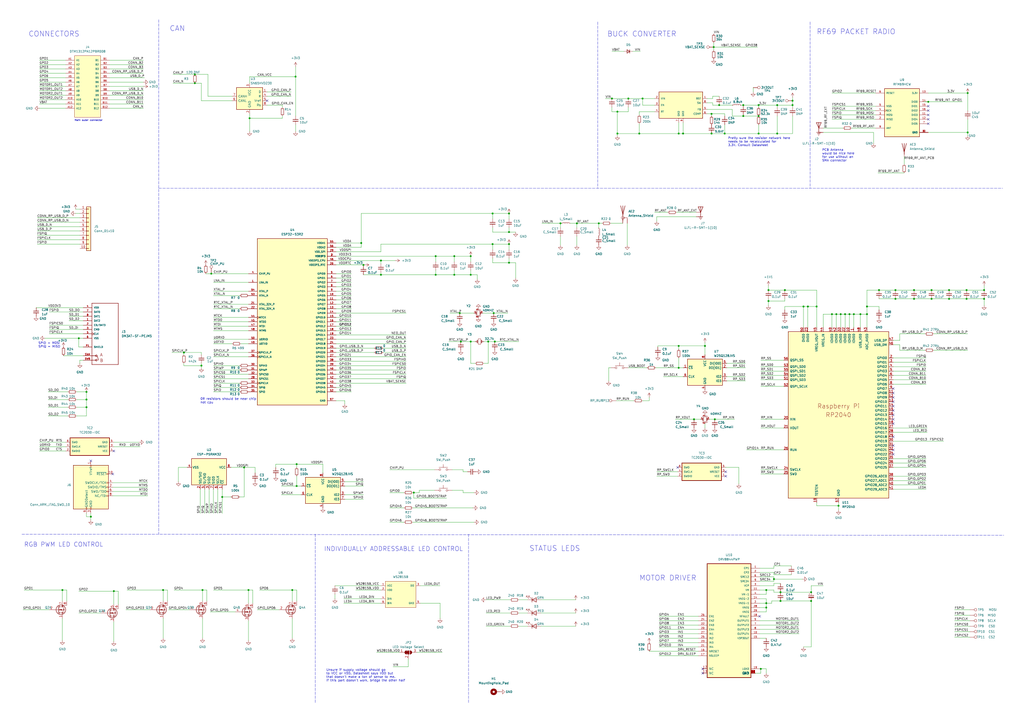
<source format=kicad_sch>
(kicad_sch (version 20211123) (generator eeschema)
  (paper "A2")
  (junction (at 393.7 213.36))
  (junction (at 448.945 335.915))
  (junction (at 561.34 53.975))
  (junction (at 50.165 227.33))
  (junction (at 393.7 77.47))
  (junction (at 431.165 67.31))
  (junction (at 452.755 343.535))
  (junction (at 470.535 348.615))
  (junction (at 171.45 44.45))
  (junction (at 267.335 198.12))
  (junction (at 499.11 182.245))
  (junction (at 144.78 68.58))
  (junction (at 490.22 182.245))
  (junction (at 396.24 77.47))
  (junction (at 440.055 60.96))
  (junction (at 459.74 58.42))
  (junction (at 473.71 177.8))
  (junction (at 420.37 77.47))
  (junction (at 440.055 77.47))
  (junction (at 106.68 204.47))
  (junction (at 444.5 349.885))
  (junction (at 412.75 66.04))
  (junction (at 444.5 342.265))
  (junction (at 358.14 77.47))
  (junction (at 122.555 158.75))
  (junction (at 113.03 48.26))
  (junction (at 444.5 352.425))
  (junction (at 570.865 173.355))
  (junction (at 441.325 387.985))
  (junction (at 286.385 181.61))
  (junction (at 519.43 173.355))
  (junction (at 252.73 148.59))
  (junction (at 450.85 60.96))
  (junction (at 502.92 182.245))
  (junction (at 285.75 123.825))
  (junction (at 358.14 64.77))
  (junction (at 117.475 342.265))
  (junction (at 364.49 57.15))
  (junction (at 273.05 159.385))
  (junction (at 263.525 148.59))
  (junction (at 530.225 168.275))
  (junction (at 487.68 182.245))
  (junction (at 408.94 200.66))
  (junction (at 561.34 76.835))
  (junction (at 459.74 60.96))
  (junction (at 502.92 177.8))
  (junction (at 144.145 342.265))
  (junction (at 252.73 159.385))
  (junction (at 128.905 288.29))
  (junction (at 36.195 342.265))
  (junction (at 455.295 168.275))
  (junction (at 50.165 231.775))
  (junction (at 50.165 236.22))
  (junction (at 263.525 159.385))
  (junction (at 414.655 243.205))
  (junction (at 530.225 173.355))
  (junction (at 466.09 177.8))
  (junction (at 287.02 198.12))
  (junction (at 538.48 59.055))
  (junction (at 452.755 348.615))
  (junction (at 334.645 129.54))
  (junction (at 169.545 342.265))
  (junction (at 295.275 134.62))
  (junction (at 570.865 168.275))
  (junction (at 66.04 342.9))
  (junction (at 412.75 77.47))
  (junction (at 393.7 200.66))
  (junction (at 295.275 152.4))
  (junction (at 266.7 181.61))
  (junction (at 220.98 151.13))
  (junction (at 540.385 173.355))
  (junction (at 172.085 269.24))
  (junction (at 550.545 173.355))
  (junction (at 347.345 129.54))
  (junction (at 354.965 57.15))
  (junction (at 445.77 174.625))
  (junction (at 431.165 60.96))
  (junction (at 94.615 342.265))
  (junction (at 285.75 141.605))
  (junction (at 209.55 140.97))
  (junction (at 509.905 168.275))
  (junction (at 210.82 153.67))
  (junction (at 273.05 148.59))
  (junction (at 495.3 182.245))
  (junction (at 440.055 67.31))
  (junction (at 52.705 299.72))
  (junction (at 220.98 159.385))
  (junction (at 550.545 168.275))
  (junction (at 485.14 182.245))
  (junction (at 113.03 43.18))
  (junction (at 560.705 168.275))
  (junction (at 540.385 168.275))
  (junction (at 295.275 141.605))
  (junction (at 519.43 168.275))
  (junction (at 482.6 182.245))
  (junction (at 45.72 196.215))
  (junction (at 468.63 177.8))
  (junction (at 486.41 293.37))
  (junction (at 283.21 198.12))
  (junction (at 445.77 168.275))
  (junction (at 172.085 281.94))
  (junction (at 402.59 243.205))
  (junction (at 470.535 343.535))
  (junction (at 141.605 271.145))
  (junction (at 417.195 60.96))
  (junction (at 370.84 77.47))
  (junction (at 325.12 129.54))
  (junction (at 273.05 198.12))
  (junction (at 295.275 123.825))
  (junction (at 240.03 285.75))
  (junction (at 450.85 77.47))
  (junction (at 116.84 212.09))
  (junction (at 414.02 27.305))
  (junction (at 560.705 173.355))
  (junction (at 492.76 182.245))
  (junction (at 372.745 57.15))
  (no_connect (at 538.48 71.755))
  (no_connect (at 518.16 245.745))
  (no_connect (at 538.48 69.215))
  (no_connect (at 393.065 271.145))
  (no_connect (at 538.48 66.675))
  (no_connect (at 518.16 263.525))
  (no_connect (at 52.705 267.335))
  (no_connect (at 518.16 243.205))
  (no_connect (at 421.005 273.685))
  (no_connect (at 518.16 253.365))
  (no_connect (at 518.16 238.125))
  (no_connect (at 154.94 58.42))
  (no_connect (at 518.16 233.045))
  (no_connect (at 518.16 225.425))
  (no_connect (at 518.16 227.965))
  (no_connect (at 518.16 230.505))
  (no_connect (at 66.04 261.62))
  (no_connect (at 518.16 260.985))
  (no_connect (at 538.48 64.135))
  (no_connect (at 421.005 276.225))
  (no_connect (at 518.16 258.445))
  (no_connect (at 538.48 61.595))
  (no_connect (at 518.16 240.665))
  (no_connect (at 518.16 235.585))
  (no_connect (at 65.405 274.955))
  (no_connect (at 407.67 390.525))
  (no_connect (at 440.69 357.505))
  (no_connect (at 407.67 387.985))
  (wire (pts (xy 414.02 27.305) (xy 439.42 27.305)))
  (wire (pts (xy 22.86 60.325) (xy 38.1 60.325)))
  (wire (pts (xy 381.635 201.295) (xy 381.635 200.66)))
  (wire (pts (xy 46.355 210.82) (xy 46.355 208.915)))
  (wire (pts (xy 440.055 77.47) (xy 440.055 72.39)))
  (wire (pts (xy 448.945 337.185) (xy 440.69 337.185)))
  (wire (pts (xy 561.34 64.135) (xy 561.34 53.975)))
  (wire (pts (xy 334.01 363.22) (xy 313.69 363.22)))
  (wire (pts (xy 22.86 261.62) (xy 38.1 261.62)))
  (wire (pts (xy 325.12 129.54) (xy 325.12 132.08)))
  (wire (pts (xy 410.21 63.5) (xy 424.815 63.5)))
  (wire (pts (xy 518.16 207.645) (xy 537.21 207.645)))
  (wire (pts (xy 97.155 342.265) (xy 97.155 348.615)))
  (wire (pts (xy 106.68 210.82) (xy 106.68 212.09)))
  (wire (pts (xy 121.285 283.845) (xy 121.285 297.815)))
  (wire (pts (xy 414.655 243.205) (xy 426.085 243.205)))
  (polyline (pts (xy 92.075 109.22) (xy 581.66 109.22)))
  (wire (pts (xy 172.085 269.24) (xy 187.325 269.24)))
  (wire (pts (xy 194.945 227.33) (xy 203.835 227.33)))
  (wire (pts (xy 63.5 62.865) (xy 83.185 62.865)))
  (wire (pts (xy 194.945 153.67) (xy 210.82 153.67)))
  (wire (pts (xy 194.945 146.05) (xy 220.98 146.05)))
  (wire (pts (xy 440.69 332.105) (xy 448.945 332.105)))
  (wire (pts (xy 21.59 139.065) (xy 46.355 139.065)))
  (wire (pts (xy 382.27 380.365) (xy 405.13 380.365)))
  (wire (pts (xy 113.03 43.18) (xy 120.65 43.18)))
  (wire (pts (xy 113.03 48.26) (xy 100.33 48.26)))
  (wire (pts (xy 459.74 60.96) (xy 459.74 62.23)))
  (wire (pts (xy 28.575 193.675) (xy 48.26 193.675)))
  (wire (pts (xy 441.325 217.805) (xy 454.66 217.805)))
  (wire (pts (xy 121.92 354.965) (xy 136.525 354.965)))
  (wire (pts (xy 240.03 285.75) (xy 243.205 285.75)))
  (wire (pts (xy 300.99 363.22) (xy 306.07 363.22)))
  (wire (pts (xy 85.725 280.035) (xy 65.405 280.035)))
  (wire (pts (xy 123.825 176.53) (xy 144.145 176.53)))
  (wire (pts (xy 382.27 372.745) (xy 405.13 372.745)))
  (wire (pts (xy 441.325 224.155) (xy 454.66 224.155)))
  (wire (pts (xy 473.71 291.465) (xy 473.71 293.37)))
  (wire (pts (xy 358.14 64.77) (xy 358.14 77.47)))
  (wire (pts (xy 268.605 284.48) (xy 268.605 285.75)))
  (wire (pts (xy 139.7 199.39) (xy 144.145 199.39)))
  (wire (pts (xy 126.365 283.845) (xy 126.365 297.815)))
  (wire (pts (xy 381 276.225) (xy 393.065 276.225)))
  (wire (pts (xy 441.325 387.985) (xy 440.69 387.985)))
  (wire (pts (xy 85.725 287.655) (xy 65.405 287.655)))
  (wire (pts (xy 144.78 44.45) (xy 144.78 48.26)))
  (wire (pts (xy 220.98 151.13) (xy 220.98 153.035)))
  (polyline (pts (xy 271.78 309.88) (xy 271.78 407.67)))
  (wire (pts (xy 381 125.73) (xy 403.86 125.73)))
  (wire (pts (xy 220.98 158.115) (xy 220.98 159.385)))
  (wire (pts (xy 495.3 182.245) (xy 499.11 182.245)))
  (wire (pts (xy 200.025 279.4) (xy 210.82 279.4)))
  (wire (pts (xy 44.45 241.3) (xy 50.165 241.3)))
  (wire (pts (xy 482.6 64.135) (xy 508 64.135)))
  (wire (pts (xy 123.825 163.83) (xy 144.145 163.83)))
  (wire (pts (xy 50.165 241.3) (xy 50.165 236.22)))
  (wire (pts (xy 281.94 363.22) (xy 295.91 363.22)))
  (wire (pts (xy 519.43 173.355) (xy 530.225 173.355)))
  (wire (pts (xy 300.99 347.98) (xy 306.07 347.98)))
  (wire (pts (xy 209.55 123.825) (xy 285.75 123.825)))
  (wire (pts (xy 413.385 57.15) (xy 413.385 55.88)))
  (polyline (pts (xy 12.7 309.88) (xy 582.295 310.515)))
  (wire (pts (xy 63.5 55.245) (xy 83.185 55.245)))
  (wire (pts (xy 73.025 353.695) (xy 86.995 353.695)))
  (wire (pts (xy 530.225 173.355) (xy 540.385 173.355)))
  (wire (pts (xy 438.15 390.525) (xy 441.325 390.525)))
  (wire (pts (xy 200.025 234.315) (xy 200.025 232.41)))
  (wire (pts (xy 412.75 77.47) (xy 420.37 77.47)))
  (wire (pts (xy 393.7 71.12) (xy 393.7 77.47)))
  (wire (pts (xy 36.195 342.265) (xy 36.195 348.615)))
  (wire (pts (xy 240.03 288.925) (xy 240.03 285.75)))
  (wire (pts (xy 116.84 213.36) (xy 116.84 212.09)))
  (wire (pts (xy 421.64 218.44) (xy 432.435 218.44)))
  (wire (pts (xy 38.1 55.245) (xy 22.86 55.245)))
  (wire (pts (xy 241.935 378.46) (xy 256.54 378.46)))
  (wire (pts (xy 421.64 210.82) (xy 432.435 210.82)))
  (polyline (pts (xy 346.71 12.7) (xy 346.71 109.22)))
  (wire (pts (xy 123.825 186.69) (xy 144.145 186.69)))
  (wire (pts (xy 490.22 182.245) (xy 492.76 182.245)))
  (wire (pts (xy 379.73 60.96) (xy 372.745 60.96)))
  (wire (pts (xy 518.16 276.225) (xy 537.21 276.225)))
  (wire (pts (xy 553.72 353.695) (xy 562.61 353.695)))
  (wire (pts (xy 63.5 34.925) (xy 83.185 34.925)))
  (wire (pts (xy 194.945 212.09) (xy 235.585 212.09)))
  (wire (pts (xy 118.745 283.845) (xy 118.745 297.815)))
  (wire (pts (xy 123.825 179.07) (xy 139.065 179.07)))
  (wire (pts (xy 285.75 141.605) (xy 285.75 144.78)))
  (wire (pts (xy 123.825 207.01) (xy 144.145 207.01)))
  (wire (pts (xy 36.195 358.775) (xy 36.195 371.475)))
  (wire (pts (xy 160.02 269.24) (xy 172.085 269.24)))
  (wire (pts (xy 160.02 271.145) (xy 160.02 269.24)))
  (wire (pts (xy 314.325 129.54) (xy 325.12 129.54)))
  (wire (pts (xy 210.82 153.67) (xy 211.455 153.67)))
  (wire (pts (xy 210.82 153.67) (xy 210.82 154.305)))
  (wire (pts (xy 295.275 152.4) (xy 285.75 152.4)))
  (wire (pts (xy 393.7 207.645) (xy 393.7 213.36)))
  (wire (pts (xy 448.945 342.265) (xy 448.945 343.535)))
  (wire (pts (xy 117.475 342.265) (xy 100.965 342.265)))
  (wire (pts (xy 313.69 347.98) (xy 334.01 347.98)))
  (wire (pts (xy 334.645 137.16) (xy 334.645 142.24)))
  (wire (pts (xy 116.84 212.09) (xy 116.84 210.82)))
  (wire (pts (xy 66.04 360.68) (xy 66.04 372.11)))
  (wire (pts (xy 38.1 40.005) (xy 22.86 40.005)))
  (wire (pts (xy 450.85 77.47) (xy 440.055 77.47)))
  (wire (pts (xy 50.165 231.775) (xy 50.165 236.22)))
  (wire (pts (xy 300.99 355.6) (xy 306.07 355.6)))
  (wire (pts (xy 358.14 77.47) (xy 370.84 77.47)))
  (wire (pts (xy 38.1 52.705) (xy 22.86 52.705)))
  (wire (pts (xy 273.05 159.385) (xy 273.05 156.845)))
  (wire (pts (xy 509.905 177.8) (xy 509.905 179.705)))
  (wire (pts (xy 561.34 78.74) (xy 561.34 76.835)))
  (wire (pts (xy 295.275 134.62) (xy 295.275 132.08)))
  (wire (pts (xy 22.86 62.865) (xy 38.1 62.865)))
  (wire (pts (xy 353.06 213.36) (xy 354.33 213.36)))
  (wire (pts (xy 441.325 272.415) (xy 454.66 272.415)))
  (wire (pts (xy 194.945 158.75) (xy 203.835 158.75)))
  (wire (pts (xy 21.59 126.365) (xy 46.355 126.365)))
  (wire (pts (xy 490.22 182.245) (xy 490.22 189.865)))
  (wire (pts (xy 194.945 217.17) (xy 235.585 217.17)))
  (wire (pts (xy 94.615 358.775) (xy 94.615 370.205)))
  (wire (pts (xy 123.825 168.91) (xy 144.145 168.91)))
  (wire (pts (xy 433.07 260.985) (xy 454.66 260.985)))
  (wire (pts (xy 38.1 37.465) (xy 22.86 37.465)))
  (wire (pts (xy 52.705 299.72) (xy 52.705 301.625)))
  (wire (pts (xy 410.21 59.69) (xy 413.385 59.69)))
  (wire (pts (xy 45.72 355.6) (xy 58.42 355.6)))
  (wire (pts (xy 194.945 161.29) (xy 203.835 161.29)))
  (wire (pts (xy 477.52 189.865) (xy 477.52 182.245)))
  (wire (pts (xy 194.945 143.51) (xy 209.55 143.51)))
  (wire (pts (xy 459.74 56.515) (xy 459.74 58.42)))
  (wire (pts (xy 502.92 177.8) (xy 509.905 177.8)))
  (wire (pts (xy 220.98 141.605) (xy 285.75 141.605)))
  (wire (pts (xy 106.68 204.47) (xy 116.84 204.47)))
  (wire (pts (xy 518.16 283.845) (xy 537.21 283.845)))
  (wire (pts (xy 518.16 250.825) (xy 537.845 250.825)))
  (wire (pts (xy 295.275 141.605) (xy 295.275 144.78)))
  (wire (pts (xy 21.59 141.605) (xy 46.355 141.605)))
  (wire (pts (xy 502.92 182.245) (xy 502.92 189.865)))
  (wire (pts (xy 524.51 90.805) (xy 524.51 95.25)))
  (wire (pts (xy 226.06 285.75) (xy 234.315 285.75)))
  (wire (pts (xy 287.02 198.12) (xy 283.21 198.12)))
  (wire (pts (xy 120.65 55.88) (xy 134.62 55.88)))
  (wire (pts (xy 38.1 47.625) (xy 22.86 47.625)))
  (wire (pts (xy 450.85 67.31) (xy 450.85 77.47)))
  (wire (pts (xy 99.695 204.47) (xy 106.68 204.47)))
  (wire (pts (xy 141.605 271.145) (xy 147.955 271.145)))
  (wire (pts (xy 396.24 77.47) (xy 393.7 77.47)))
  (wire (pts (xy 486.41 293.37) (xy 486.41 295.91)))
  (wire (pts (xy 63.5 42.545) (xy 83.185 42.545)))
  (wire (pts (xy 448.945 343.535) (xy 452.755 343.535)))
  (wire (pts (xy 413.385 60.96) (xy 417.195 60.96)))
  (wire (pts (xy 499.11 182.245) (xy 502.92 182.245)))
  (wire (pts (xy 275.59 210.82) (xy 273.05 210.82)))
  (wire (pts (xy 445.77 174.625) (xy 445.77 177.165)))
  (wire (pts (xy 123.825 171.45) (xy 139.065 171.45)))
  (wire (pts (xy 128.905 288.29) (xy 128.905 297.815)))
  (wire (pts (xy 364.49 64.77) (xy 364.49 62.23)))
  (wire (pts (xy 354.965 64.77) (xy 354.965 62.23)))
  (wire (pts (xy 354.965 29.845) (xy 361.95 29.845)))
  (wire (pts (xy 364.49 57.15) (xy 372.745 57.15)))
  (wire (pts (xy 448.945 328.295) (xy 459.105 328.295)))
  (wire (pts (xy 440.69 344.805) (xy 444.5 344.805)))
  (wire (pts (xy 382.27 357.505) (xy 405.13 357.505)))
  (wire (pts (xy 477.52 74.295) (xy 488.95 74.295)))
  (wire (pts (xy 440.055 60.96) (xy 440.055 62.23)))
  (wire (pts (xy 334.01 355.6) (xy 313.69 355.6)))
  (wire (pts (xy 440.69 349.885) (xy 444.5 349.885)))
  (wire (pts (xy 194.31 339.725) (xy 220.98 339.725)))
  (wire (pts (xy 144.145 360.045) (xy 144.145 371.475)))
  (wire (pts (xy 382.27 360.045) (xy 405.13 360.045)))
  (wire (pts (xy 420.37 72.39) (xy 420.37 77.47)))
  (wire (pts (xy 280.67 210.82) (xy 283.21 210.82)))
  (wire (pts (xy 123.825 196.85) (xy 144.145 196.85)))
  (wire (pts (xy 561.34 69.215) (xy 561.34 76.835)))
  (wire (pts (xy 286.385 181.61) (xy 280.035 181.61)))
  (wire (pts (xy 46.355 208.915) (xy 48.26 208.915)))
  (wire (pts (xy 440.69 334.645) (xy 448.945 334.645)))
  (wire (pts (xy 353.06 220.98) (xy 353.06 213.36)))
  (wire (pts (xy 168.91 55.88) (xy 154.94 55.88)))
  (wire (pts (xy 537.845 248.285) (xy 518.16 248.285)))
  (wire (pts (xy 519.43 168.275) (xy 530.225 168.275)))
  (wire (pts (xy 68.58 342.9) (xy 68.58 350.52)))
  (wire (pts (xy 452.755 348.615) (xy 470.535 348.615)))
  (wire (pts (xy 123.825 204.47) (xy 144.145 204.47)))
  (wire (pts (xy 382.27 370.205) (xy 405.13 370.205)))
  (wire (pts (xy 518.16 200.025) (xy 521.97 200.025)))
  (wire (pts (xy 421.64 213.36) (xy 432.435 213.36)))
  (wire (pts (xy 38.1 45.085) (xy 22.86 45.085)))
  (wire (pts (xy 541.655 203.2) (xy 561.34 203.2)))
  (wire (pts (xy 27.94 231.775) (xy 39.37 231.775)))
  (wire (pts (xy 123.825 222.25) (xy 139.065 222.25)))
  (wire (pts (xy 482.6 61.595) (xy 508 61.595)))
  (wire (pts (xy 169.545 358.775) (xy 169.545 370.205)))
  (wire (pts (xy 194.945 186.69) (xy 203.835 186.69)))
  (wire (pts (xy 194.945 219.71) (xy 235.585 219.71)))
  (wire (pts (xy 163.83 62.23) (xy 163.83 60.96)))
  (wire (pts (xy 447.675 348.615) (xy 447.675 349.885)))
  (wire (pts (xy 172.085 269.24) (xy 172.085 271.145)))
  (wire (pts (xy 420.37 67.31) (xy 420.37 66.04)))
  (wire (pts (xy 570.865 173.355) (xy 570.865 177.165)))
  (wire (pts (xy 171.45 38.735) (xy 171.45 44.45)))
  (wire (pts (xy 509.905 168.275) (xy 519.43 168.275)))
  (wire (pts (xy 276.86 161.925) (xy 276.86 159.385)))
  (wire (pts (xy 222.25 204.47) (xy 235.585 204.47)))
  (wire (pts (xy 487.68 182.245) (xy 490.22 182.245)))
  (wire (pts (xy 518.16 197.485) (xy 521.97 197.485)))
  (wire (pts (xy 66.04 342.9) (xy 66.04 350.52)))
  (wire (pts (xy 106.68 204.47) (xy 106.68 205.74)))
  (wire (pts (xy 52.705 297.815) (xy 52.705 299.72)))
  (wire (pts (xy 36.83 206.375) (xy 48.26 206.375)))
  (wire (pts (xy 285.75 141.605) (xy 295.275 141.605)))
  (wire (pts (xy 120.65 43.18) (xy 120.65 55.88)))
  (wire (pts (xy 381 128.27) (xy 381 125.73)))
  (wire (pts (xy 466.09 177.8) (xy 468.63 177.8)))
  (wire (pts (xy 194.945 166.37) (xy 203.835 166.37)))
  (wire (pts (xy 502.92 177.8) (xy 502.92 182.245)))
  (wire (pts (xy 210.82 159.385) (xy 220.98 159.385)))
  (wire (pts (xy 144.78 68.58) (xy 163.83 68.58)))
  (wire (pts (xy 123.825 224.79) (xy 139.065 224.79)))
  (wire (pts (xy 21.59 133.985) (xy 46.355 133.985)))
  (wire (pts (xy 163.195 281.94) (xy 172.085 281.94)))
  (wire (pts (xy 440.055 60.96) (xy 450.85 60.96)))
  (wire (pts (xy 447.675 348.615) (xy 452.755 348.615)))
  (wire (pts (xy 263.525 148.59) (xy 263.525 151.765)))
  (wire (pts (xy 440.69 367.665) (xy 463.55 367.665)))
  (wire (pts (xy 421.64 220.98) (xy 432.435 220.98)))
  (wire (pts (xy 147.955 271.145) (xy 147.955 274.32)))
  (wire (pts (xy 424.815 63.5) (xy 424.815 67.31)))
  (wire (pts (xy 414.655 243.205) (xy 411.48 243.205)))
  (wire (pts (xy 428.625 271.145) (xy 421.005 271.145)))
  (wire (pts (xy 66.04 342.9) (xy 68.58 342.9)))
  (wire (pts (xy 21.59 131.445) (xy 46.355 131.445)))
  (wire (pts (xy 553.72 369.57) (xy 562.61 369.57)))
  (wire (pts (xy 168.91 53.34) (xy 154.94 53.34)))
  (wire (pts (xy 283.21 198.12) (xy 280.67 198.12)))
  (wire (pts (xy 518.16 281.305) (xy 537.21 281.305)))
  (wire (pts (xy 194.945 209.55) (xy 235.585 209.55)))
  (wire (pts (xy 13.335 353.695) (xy 28.575 353.695)))
  (wire (pts (xy 116.205 283.845) (xy 116.205 297.815)))
  (wire (pts (xy 444.5 354.965) (xy 444.5 352.425)))
  (wire (pts (xy 560.705 168.275) (xy 570.865 168.275)))
  (wire (pts (xy 28.575 188.595) (xy 48.26 188.595)))
  (wire (pts (xy 393.7 200.66) (xy 393.7 202.565)))
  (wire (pts (xy 382.27 367.665) (xy 405.13 367.665)))
  (wire (pts (xy 518.16 278.765) (xy 537.21 278.765)))
  (wire (pts (xy 482.6 53.975) (xy 508 53.975)))
  (wire (pts (xy 28.575 191.135) (xy 48.26 191.135)))
  (wire (pts (xy 431.165 60.96) (xy 440.055 60.96)))
  (wire (pts (xy 382.27 375.285) (xy 405.13 375.285)))
  (wire (pts (xy 440.69 352.425) (xy 444.5 352.425)))
  (wire (pts (xy 553.72 356.87) (xy 562.61 356.87)))
  (wire (pts (xy 570.865 165.735) (xy 570.865 168.275)))
  (wire (pts (xy 509.905 168.275) (xy 502.92 168.275)))
  (wire (pts (xy 260.985 181.61) (xy 266.7 181.61)))
  (wire (pts (xy 163.83 60.96) (xy 154.94 60.96)))
  (wire (pts (xy 358.14 78.74) (xy 358.14 77.47)))
  (wire (pts (xy 172.085 342.265) (xy 172.085 348.615)))
  (wire (pts (xy 518.16 255.905) (xy 547.37 255.905)))
  (wire (pts (xy 106.68 212.09) (xy 116.84 212.09)))
  (wire (pts (xy 391.795 243.205) (xy 402.59 243.205)))
  (wire (pts (xy 541.655 193.675) (xy 561.34 193.675)))
  (wire (pts (xy 334.645 132.08) (xy 334.645 129.54)))
  (wire (pts (xy 194.945 140.97) (xy 209.55 140.97)))
  (wire (pts (xy 273.05 210.82) (xy 273.05 198.12)))
  (wire (pts (xy 50.165 299.72) (xy 52.705 299.72)))
  (wire (pts (xy 194.945 207.01) (xy 235.585 207.01)))
  (wire (pts (xy 448.945 338.455) (xy 452.755 338.455)))
  (wire (pts (xy 440.69 365.125) (xy 463.55 365.125)))
  (wire (pts (xy 85.725 282.575) (xy 65.405 282.575)))
  (wire (pts (xy 358.14 64.77) (xy 364.49 64.77)))
  (wire (pts (xy 372.745 57.15) (xy 379.73 57.15)))
  (wire (pts (xy 27.94 227.33) (xy 39.37 227.33)))
  (wire (pts (xy 144.145 342.265) (xy 146.685 342.265)))
  (wire (pts (xy 448.945 335.915) (xy 448.945 337.185)))
  (wire (pts (xy 139.065 288.29) (xy 141.605 288.29)))
  (wire (pts (xy 468.63 177.8) (xy 473.71 177.8)))
  (wire (pts (xy 123.825 283.845) (xy 123.825 297.815)))
  (wire (pts (xy 194.945 191.77) (xy 203.835 191.77)))
  (wire (pts (xy 194.945 173.99) (xy 203.835 173.99)))
  (wire (pts (xy 518.16 217.805) (xy 537.21 217.805)))
  (polyline (pts (xy 92.075 11.43) (xy 92.075 309.88)))
  (wire (pts (xy 194.945 194.31) (xy 235.585 194.31)))
  (wire (pts (xy 218.44 378.46) (xy 231.775 378.46)))
  (wire (pts (xy 424.815 67.31) (xy 431.165 67.31)))
  (wire (pts (xy 402.59 243.205) (xy 406.4 243.205)))
  (wire (pts (xy 441.325 220.345) (xy 454.66 220.345)))
  (wire (pts (xy 220.98 141.605) (xy 220.98 146.05)))
  (wire (pts (xy 285.75 123.825) (xy 295.275 123.825)))
  (wire (pts (xy 26.035 196.215) (xy 45.72 196.215)))
  (wire (pts (xy 482.6 66.675) (xy 508 66.675)))
  (polyline (pts (xy 469.9 12.7) (xy 469.9 109.22)))
  (wire (pts (xy 97.79 353.695) (xy 109.855 353.695)))
  (wire (pts (xy 255.27 349.885) (xy 255.27 358.775)))
  (wire (pts (xy 187.325 269.24) (xy 187.325 274.32)))
  (wire (pts (xy 420.37 66.04) (xy 412.75 66.04)))
  (wire (pts (xy 43.815 121.285) (xy 46.355 121.285)))
  (wire (pts (xy 169.545 342.265) (xy 172.085 342.265)))
  (wire (pts (xy 63.5 57.785) (xy 83.185 57.785)))
  (wire (pts (xy 379.73 123.19) (xy 387.35 123.19)))
  (wire (pts (xy 396.24 71.12) (xy 396.24 77.47)))
  (wire (pts (xy 450.85 60.96) (xy 459.74 60.96)))
  (wire (pts (xy 445.77 173.355) (xy 445.77 174.625)))
  (wire (pts (xy 518.16 210.185) (xy 537.21 210.185)))
  (wire (pts (xy 268.605 273.685) (xy 268.605 272.415)))
  (wire (pts (xy 448.945 332.105) (xy 448.945 333.375)))
  (wire (pts (xy 530.225 168.275) (xy 540.385 168.275)))
  (wire (pts (xy 260.35 198.12) (xy 267.335 198.12)))
  (wire (pts (xy 194.945 179.07) (xy 203.835 179.07)))
  (wire (pts (xy 44.45 231.775) (xy 50.165 231.775)))
  (wire (pts (xy 262.255 272.415) (xy 268.605 272.415)))
  (wire (pts (xy 123.825 184.15) (xy 144.145 184.15)))
  (wire (pts (xy 354.33 129.54) (xy 361.315 129.54)))
  (wire (pts (xy 163.195 287.02) (xy 174.625 287.02)))
  (wire (pts (xy 200.025 287.02) (xy 210.82 287.02)))
  (wire (pts (xy 141.605 288.29) (xy 141.605 271.145)))
  (wire (pts (xy 22.86 256.54) (xy 38.1 256.54)))
  (wire (pts (xy 146.685 342.265) (xy 146.685 349.885)))
  (wire (pts (xy 487.68 182.245) (xy 487.68 189.865)))
  (wire (pts (xy 144.145 342.265) (xy 144.145 349.885)))
  (wire (pts (xy 459.74 58.42) (xy 459.74 60.96)))
  (wire (pts (xy 117.475 342.265) (xy 120.015 342.265)))
  (wire (pts (xy 448.945 333.375) (xy 459.105 333.375)))
  (wire (pts (xy 299.085 134.62) (xy 295.275 134.62)))
  (wire (pts (xy 38.735 348.615) (xy 38.735 342.265)))
  (wire (pts (xy 408.94 198.755) (xy 408.94 200.66)))
  (wire (pts (xy 48.26 201.295) (xy 45.72 201.295)))
  (wire (pts (xy 499.11 182.245) (xy 499.11 189.865)))
  (wire (pts (xy 116.84 204.47) (xy 116.84 205.74)))
  (wire (pts (xy 482.6 182.245) (xy 485.14 182.245)))
  (wire (pts (xy 194.945 148.59) (xy 252.73 148.59)))
  (wire (pts (xy 492.76 182.245) (xy 492.76 189.865)))
  (wire (pts (xy 194.945 201.93) (xy 217.17 201.93)))
  (wire (pts (xy 209.55 123.825) (xy 209.55 140.97)))
  (wire (pts (xy 103.505 279.4) (xy 103.505 271.145)))
  (wire (pts (xy 444.5 390.525) (xy 444.5 387.985)))
  (wire (pts (xy 393.7 200.66) (xy 408.94 200.66)))
  (wire (pts (xy 518.16 266.065) (xy 537.21 266.065)))
  (wire (pts (xy 506.73 83.185) (xy 506.73 76.835)))
  (wire (pts (xy 452.755 343.535) (xy 470.535 343.535)))
  (wire (pts (xy 119.38 158.75) (xy 122.555 158.75)))
  (wire (pts (xy 354.965 57.15) (xy 364.49 57.15)))
  (wire (pts (xy 63.5 50.165) (xy 83.185 50.165)))
  (wire (pts (xy 239.395 302.895) (xy 274.955 302.895)))
  (wire (pts (xy 220.98 151.13) (xy 229.235 151.13)))
  (wire (pts (xy 372.745 57.15) (xy 372.745 60.96)))
  (wire (pts (xy 367.03 29.845) (xy 371.475 29.845)))
  (wire (pts (xy 396.24 77.47) (xy 412.75 77.47)))
  (wire (pts (xy 194.945 204.47) (xy 217.17 204.47)))
  (wire (pts (xy 379.73 64.77) (xy 370.84 64.77)))
  (wire (pts (xy 485.14 182.245) (xy 485.14 189.865)))
  (wire (pts (xy 21.59 136.525) (xy 46.355 136.525)))
  (wire (pts (xy 538.48 76.835) (xy 561.34 76.835)))
  (wire (pts (xy 295.275 123.825) (xy 295.275 127)))
  (wire (pts (xy 412.75 66.04) (xy 410.21 66.04)))
  (wire (pts (xy 376.555 230.505) (xy 376.555 232.41)))
  (wire (pts (xy 194.945 189.23) (xy 203.835 189.23)))
  (wire (pts (xy 171.45 44.45) (xy 144.78 44.45)))
  (wire (pts (xy 414.02 29.21) (xy 414.02 27.305)))
  (wire (pts (xy 240.03 288.925) (xy 259.08 288.925)))
  (wire (pts (xy 199.39 347.345) (xy 220.98 347.345)))
  (wire (pts (xy 347.345 129.54) (xy 334.645 129.54)))
  (wire (pts (xy 120.015 342.265) (xy 120.015 348.615)))
  (wire (pts (xy 459.74 67.31) (xy 459.74 77.47)))
  (wire (pts (xy 428.625 280.67) (xy 428.625 271.145)))
  (wire (pts (xy 27.94 236.22) (xy 39.37 236.22)))
  (wire (pts (xy 66.04 259.08) (xy 81.28 259.08)))
  (wire (pts (xy 144.78 68.58) (xy 144.78 76.2)))
  (wire (pts (xy 553.72 360.045) (xy 562.61 360.045)))
  (wire (pts (xy 518.16 215.265) (xy 537.21 215.265)))
  (wire (pts (xy 473.71 189.865) (xy 473.71 177.8)))
  (wire (pts (xy 295.275 134.62) (xy 285.75 134.62)))
  (wire (pts (xy 243.84 339.725) (xy 255.27 339.725)))
  (wire (pts (xy 492.76 182.245) (xy 495.3 182.245)))
  (wire (pts (xy 440.69 362.585) (xy 463.55 362.585)))
  (wire (pts (xy 44.45 227.33) (xy 50.165 227.33)))
  (wire (pts (xy 441.325 208.915) (xy 454.66 208.915)))
  (wire (pts (xy 540.385 173.355) (xy 550.545 173.355)))
  (wire (pts (xy 45.72 201.295) (xy 45.72 196.215)))
  (wire (pts (xy 393.7 213.36) (xy 396.24 213.36)))
  (wire (pts (xy 440.69 329.565) (xy 448.945 329.565)))
  (wire (pts (xy 445.77 174.625) (xy 455.295 174.625)))
  (wire (pts (xy 22.86 57.785) (xy 38.1 57.785)))
  (wire (pts (xy 485.14 182.245) (xy 487.68 182.245)))
  (wire (pts (xy 295.275 152.4) (xy 295.275 149.86)))
  (wire (pts (xy 441.325 212.725) (xy 454.66 212.725)))
  (wire (pts (xy 444.5 349.885) (xy 444.5 352.425)))
  (wire (pts (xy 357.505 232.41) (xy 367.665 232.41)))
  (wire (pts (xy 364.49 213.36) (xy 375.285 213.36)))
  (wire (pts (xy 540.385 168.275) (xy 550.545 168.275)))
  (wire (pts (xy 117.475 342.265) (xy 117.475 348.615)))
  (wire (pts (xy 518.16 271.145) (xy 537.21 271.145)))
  (wire (pts (xy 468.63 177.8) (xy 468.63 189.865)))
  (wire (pts (xy 455.295 174.625) (xy 455.295 173.355)))
  (wire (pts (xy 470.535 339.725) (xy 470.535 343.535)))
  (wire (pts (xy 408.94 200.66) (xy 408.94 205.74)))
  (wire (pts (xy 325.12 137.16) (xy 325.12 142.24)))
  (wire (pts (xy 477.52 182.245) (xy 482.6 182.245)))
  (wire (pts (xy 285.75 132.08) (xy 285.75 134.62)))
  (wire (pts (xy 227.965 386.715) (xy 236.855 386.715)))
  (wire (pts (xy 448.945 334.645) (xy 448.945 335.915)))
  (wire (pts (xy 518.16 220.345) (xy 537.21 220.345)))
  (wire (pts (xy 133.985 271.145) (xy 141.605 271.145)))
  (wire (pts (xy 43.815 123.825) (xy 46.355 123.825)))
  (wire (pts (xy 194.945 168.91) (xy 203.835 168.91)))
  (wire (pts (xy 521.97 200.025) (xy 521.97 203.2)))
  (wire (pts (xy 239.395 294.64) (xy 274.32 294.64)))
  (wire (pts (xy 273.05 159.385) (xy 263.525 159.385)))
  (wire (pts (xy 550.545 173.355) (xy 560.705 173.355)))
  (wire (pts (xy 444.5 344.805) (xy 444.5 342.265)))
  (wire (pts (xy 429.895 60.96) (xy 431.165 60.96)))
  (wire (pts (xy 128.905 283.845) (xy 128.905 288.29)))
  (wire (pts (xy 299.085 152.4) (xy 295.275 152.4)))
  (wire (pts (xy 252.73 148.59) (xy 263.525 148.59)))
  (wire (pts (xy 444.5 342.265) (xy 448.945 342.265)))
  (wire (pts (xy 441.325 215.265) (xy 454.66 215.265)))
  (wire (pts (xy 448.945 329.565) (xy 448.945 328.295)))
  (wire (pts (xy 486.41 291.465) (xy 486.41 293.37)))
  (wire (pts (xy 466.09 177.8) (xy 466.09 189.865)))
  (wire (pts (xy 144.78 66.04) (xy 144.78 68.58)))
  (wire (pts (xy 144.145 342.265) (xy 123.825 342.265)))
  (wire (pts (xy 123.825 214.63) (xy 139.065 214.63)))
  (wire (pts (xy 116.84 58.42) (xy 134.62 58.42)))
  (wire (pts (xy 123.825 199.39) (xy 134.62 199.39)))
  (wire (pts (xy 448.945 335.915) (xy 465.455 335.915)))
  (wire (pts (xy 20.955 178.435) (xy 48.26 178.435)))
  (wire (pts (xy 263.525 148.59) (xy 273.05 148.59)))
  (wire (pts (xy 117.475 358.775) (xy 117.475 370.205)))
  (wire (pts (xy 100.33 43.18) (xy 113.03 43.18)))
  (wire (pts (xy 200.025 232.41) (xy 194.945 232.41)))
  (wire (pts (xy 149.225 353.695) (xy 161.925 353.695)))
  (wire (pts (xy 123.825 189.23) (xy 144.145 189.23)))
  (wire (pts (xy 431.165 66.675) (xy 431.165 67.31)))
  (wire (pts (xy 417.195 60.96) (xy 424.815 60.96)))
  (wire (pts (xy 431.165 61.595) (xy 431.165 60.96)))
  (wire (pts (xy 283.21 210.82) (xy 283.21 198.12)))
  (wire (pts (xy 470.535 375.285) (xy 466.09 375.285)))
  (wire (pts (xy 163.83 68.58) (xy 163.83 67.31)))
  (wire (pts (xy 172.085 276.225) (xy 172.085 281.94)))
  (wire (pts (xy 28.575 180.975) (xy 48.26 180.975)))
  (wire (pts (xy 538.48 53.975) (xy 561.34 53.975)))
  (wire (pts (xy 431.165 67.31) (xy 440.055 67.31)))
  (wire (pts (xy 521.97 193.675) (xy 536.575 193.675)))
  (wire (pts (xy 410.21 57.15) (xy 413.385 57.15)))
  (wire (pts (xy 370.84 77.47) (xy 393.7 77.47)))
  (wire (pts (xy 285.75 123.825) (xy 285.75 127)))
  (wire (pts (xy 535.94 59.055) (xy 538.48 59.055)))
  (wire (pts (xy 236.855 386.715) (xy 236.855 382.27)))
  (wire (pts (xy 171.45 72.39) (xy 171.45 76.2)))
  (wire (pts (xy 123.825 217.17) (xy 144.145 217.17)))
  (wire (pts (xy 38.735 342.265) (xy 36.195 342.265)))
  (wire (pts (xy 116.84 48.26) (xy 113.03 48.26)))
  (wire (pts (xy 94.615 342.265) (xy 73.66 342.265)))
  (wire (pts (xy 509.27 100.33) (xy 524.51 100.33)))
  (wire (pts (xy 440.69 360.045) (xy 463.55 360.045)))
  (wire (pts (xy 50.165 227.33) (xy 50.165 231.775)))
  (wire (pts (xy 494.03 74.295) (xy 508 74.295)))
  (wire (pts (xy 194.945 184.15) (xy 203.835 184.15)))
  (wire (pts (xy 381 273.685) (xy 393.065 273.685)))
  (wire (pts (xy 122.555 158.75) (xy 144.145 158.75)))
  (wire (pts (xy 384.81 218.44) (xy 396.24 218.44)))
  (wire (pts (xy 252.73 148.59) (xy 252.73 151.765)))
  (wire (pts (xy 420.37 77.47) (xy 440.055 77.47)))
  (wire (pts (xy 521.97 203.2) (xy 536.575 203.2)))
  (wire (pts (xy 273.05 198.12) (xy 275.59 198.12)))
  (wire (pts (xy 123.825 212.09) (xy 139.065 212.09)))
  (wire (pts (xy 408.94 248.285) (xy 408.94 245.745)))
  (wire (pts (xy 222.25 201.93) (xy 235.585 201.93)))
  (wire (pts (xy 22.86 259.08) (xy 38.1 259.08)))
  (wire (pts (xy 172.085 281.94) (xy 174.625 281.94)))
  (wire (pts (xy 521.97 197.485) (xy 521.97 193.675)))
  (wire (pts (xy 473.71 177.8) (xy 473.71 168.275)))
  (wire (pts (xy 226.06 302.895) (xy 234.315 302.895)))
  (wire (pts (xy 243.84 349.885) (xy 255.27 349.885)))
  (wire (pts (xy 354.965 64.77) (xy 358.14 64.77)))
  (wire (pts (xy 194.945 199.39) (xy 235.585 199.39)))
  (wire (pts (xy 122.555 158.115) (xy 122.555 158.75)))
  (wire (pts (xy 194.945 151.13) (xy 220.98 151.13)))
  (polyline (pts (xy 182.88 309.88) (xy 182.88 407.67)))
  (wire (pts (xy 36.195 342.265) (xy 13.97 342.265)))
  (wire (pts (xy 413.385 55.88) (xy 417.195 55.88)))
  (wire (pts (xy 518.16 268.605) (xy 537.21 268.605)))
  (wire (pts (xy 103.505 271.145) (xy 108.585 271.145)))
  (wire (pts (xy 38.1 34.925) (xy 22.86 34.925)))
  (wire (pts (xy 209.55 143.51) (xy 209.55 140.97)))
  (wire (pts (xy 382.27 362.585) (xy 405.13 362.585)))
  (wire (pts (xy 40.005 183.515) (xy 48.26 183.515)))
  (wire (pts (xy 285.75 149.86) (xy 285.75 152.4)))
  (wire (pts (xy 63.5 37.465) (xy 83.185 37.465)))
  (wire (pts (xy 376.555 377.825) (xy 405.13 377.825)))
  (wire (pts (xy 123.825 227.33) (xy 139.065 227.33)))
  (wire (pts (xy 553.72 366.395) (xy 562.61 366.395)))
  (wire (pts (xy 440.69 339.725) (xy 448.945 339.725)))
  (wire (pts (xy 206.375 342.265) (xy 220.98 342.265)))
  (wire (pts (xy 194.945 163.83) (xy 203.835 163.83)))
  (wire (pts (xy 66.04 256.54) (xy 80.645 256.54)))
  (wire (pts (xy 263.525 156.845) (xy 263.525 159.385)))
  (wire (pts (xy 239.395 285.75) (xy 240.03 285.75)))
  (wire (pts (xy 445.77 165.735) (xy 445.77 168.275)))
  (wire (pts (xy 200.025 281.94) (xy 210.82 281.94)))
  (wire (pts (xy 194.945 214.63) (xy 235.585 214.63)))
  (wire (pts (xy 482.6 182.245) (xy 482.6 189.865)))
  (wire (pts (xy 63.5 40.005) (xy 83.185 40.005)))
  (wire (pts (xy 128.905 288.29) (xy 133.985 288.29)))
  (wire (pts (xy 448.945 339.725) (xy 448.945 338.455)))
  (wire (pts (xy 509.905 173.355) (xy 519.43 173.355)))
  (wire (pts (xy 123.825 219.71) (xy 144.145 219.71)))
  (wire (pts (xy 199.39 349.885) (xy 220.98 349.885)))
  (wire (pts (xy 171.45 67.31) (xy 171.45 44.45)))
  (wire (pts (xy 194.31 344.805) (xy 194.31 347.345)))
  (wire (pts (xy 63.5 60.325) (xy 83.185 60.325)))
  (wire (pts (xy 243.205 284.48) (xy 252.095 284.48)))
  (wire (pts (xy 334.645 129.54) (xy 330.835 129.54)))
  (wire (pts (xy 325.12 129.54) (xy 325.755 129.54)))
  (wire (pts (xy 518.16 222.885) (xy 537.21 222.885)))
  (wire (pts (xy 553.72 363.22) (xy 562.61 363.22)))
  (wire (pts (xy 502.92 168.275) (xy 502.92 177.8)))
  (wire (pts (xy 444.5 347.345) (xy 444.5 349.885)))
  (wire (pts (xy 413.385 59.69) (xy 413.385 60.96)))
  (wire (pts (xy 27.94 241.3) (xy 39.37 241.3)))
  (wire (pts (xy 455.295 177.8) (xy 466.09 177.8)))
  (wire (pts (xy 44.45 236.22) (xy 50.165 236.22)))
  (wire (pts (xy 45.72 196.215) (xy 48.26 196.215)))
  (wire (pts (xy 123.825 191.77) (xy 144.145 191.77)))
  (wire (pts (xy 226.06 272.415) (xy 252.095 272.415)))
  (wire (pts (xy 351.155 57.15) (xy 354.965 57.15)))
  (wire (pts (xy 267.335 198.12) (xy 273.05 198.12)))
  (wire (pts (xy 194.945 224.79) (xy 203.835 224.79)))
  (wire (pts (xy 38.1 50.165) (xy 22.86 50.165)))
  (wire (pts (xy 455.295 179.705) (xy 455.295 177.8)))
  (wire (pts (xy 63.5 47.625) (xy 83.185 47.625)))
  (wire (pts (xy 286.385 181.61) (xy 294.64 181.61)))
  (wire (pts (xy 455.295 168.275) (xy 445.77 168.275)))
  (wire (pts (xy 381.635 200.66) (xy 393.7 200.66)))
  (wire (pts (xy 299.085 161.29) (xy 299.085 152.4)))
  (wire (pts (xy 347.345 129.54) (xy 349.25 129.54)))
  (wire (pts (xy 370.84 71.755) (xy 370.84 77.47)))
  (wire (pts (xy 268.605 285.75) (xy 274.955 285.75)))
  (wire (pts (xy 262.255 284.48) (xy 268.605 284.48)))
  (wire (pts (xy 281.94 355.6) (xy 295.91 355.6)))
  (wire (pts (xy 440.69 342.265) (xy 444.5 342.265)))
  (wire (pts (xy 538.48 59.055) (xy 558.165 59.055)))
  (wire (pts (xy 473.71 168.275) (xy 455.295 168.275)))
  (wire (pts (xy 220.98 159.385) (xy 252.73 159.385)))
  (wire (pts (xy 495.3 182.245) (xy 495.3 189.865)))
  (wire (pts (xy 50.165 297.815) (xy 50.165 299.72)))
  (wire (pts (xy 243.205 285.75) (xy 243.205 284.48)))
  (wire (pts (xy 403.86 123.19) (xy 392.43 123.19)))
  (wire (pts (xy 470.535 348.615) (xy 470.535 375.285)))
  (wire (pts (xy 440.69 370.205) (xy 444.5 370.205)))
  (wire (pts (xy 252.73 156.845) (xy 252.73 159.385)))
  (wire (pts (xy 287.02 198.12) (xy 300.99 198.12)))
  (wire (pts (xy 194.945 171.45) (xy 203.835 171.45)))
  (wire (pts (xy 200.025 289.56) (xy 210.82 289.56)))
  (wire (pts (xy 482.6 69.215) (xy 508 69.215)))
  (wire (pts (xy 271.145 273.685) (xy 268.605 273.685)))
  (wire (pts (xy 376.555 232.41) (xy 372.745 232.41)))
  (wire (pts (xy 194.945 181.61) (xy 235.585 181.61)))
  (wire (pts (xy 450.85 60.96) (xy 450.85 62.23)))
  (wire (pts (xy 169.545 342.265) (xy 150.495 342.265)))
  (wire (pts (xy 441.325 248.285) (xy 454.66 248.285)))
  (wire (pts (xy 116.84 58.42) (xy 116.84 48.26)))
  (wire (pts (xy 194.945 196.85) (xy 235.585 196.85)))
  (wire (pts (xy 363.855 129.54) (xy 363.855 142.24)))
  (wire (pts (xy 441.325 390.525) (xy 441.325 387.985)))
  (wire (pts (xy 94.615 342.265) (xy 94.615 348.615)))
  (wire (pts (xy 263.525 159.385) (xy 252.73 159.385)))
  (wire (pts (xy 273.05 148.59) (xy 273.05 151.765)))
  (wire (pts (xy 444.5 387.985) (xy 441.325 387.985)))
  (wire (pts (xy 380.365 213.36) (xy 393.7 213.36)))
  (wire (pts (xy 85.725 285.115) (xy 65.405 285.115)))
  (wire (pts (xy 226.06 294.64) (xy 234.315 294.64)))
  (wire (pts (xy 94.615 342.265) (xy 97.155 342.265)))
  (wire (pts (xy 441.325 243.205) (xy 454.66 243.205)))
  (wire (pts (xy 40.005 186.055) (xy 48.26 186.055)))
  (wire (pts (xy 194.945 222.25) (xy 235.585 222.25)))
  (wire (pts (xy 169.545 348.615) (xy 169.545 342.265)))
  (wire (pts (xy 276.86 159.385) (xy 273.05 159.385)))
  (wire (pts (xy 63.5 45.085) (xy 83.82 45.085)))
  (wire (pts (xy 266.7 181.61) (xy 274.955 181.61)))
  (wire (pts (xy 560.705 173.355) (xy 570.865 173.355)))
  (wire (pts (xy 414.02 27.305) (xy 414.02 24.765)))
  (wire (pts (xy 66.04 342.9) (xy 45.72 342.9)))
  (wire (pts (xy 441.325 274.955) (xy 454.66 274.955)))
  (wire (pts (xy 436.88 50.8) (xy 436.88 53.34)))
  (wire (pts (xy 506.73 76.835) (xy 477.52 76.835)))
  (wire (pts (xy 412.75 66.04) (xy 412.75 67.31)))
  (wire (pts (xy 459.74 77.47) (xy 450.85 77.47)))
  (wire (pts (xy 63.5 52.705) (xy 83.185 52.705)))
  (wire (pts (xy 194.945 176.53) (xy 203.835 176.53)))
  (wire (pts (xy 440.69 347.345) (xy 444.5 347.345)))
  (wire (pts (xy 473.71 293.37) (xy 486.41 293.37)))
  (wire (pts (xy 281.94 347.98) (xy 295.91 347.98)))
  (wire (pts (xy 440.69 354.965) (xy 444.5 354.965)))
  (wire (pts (xy 38.1 42.545) (xy 22.86 42.545)))
  (wire (pts (xy 550.545 168.275) (xy 560.705 168.275)))
  (wire (pts (xy 444.5 349.885) (xy 447.675 349.885)))
  (wire (pts (xy 21.59 128.905) (xy 46.355 128.905)))
  (wire (pts (xy 477.52 339.725) (xy 470.535 339.725)))
  (wire (pts (xy 382.27 365.125) (xy 405.13 365.125)))
  (wire (pts (xy 347.345 132.08) (xy 347.345 129.54)))
  (wire (pts (xy 518.16 212.725) (xy 537.21 212.725)))
  (wire (pts (xy 370.84 64.77) (xy 370.84 66.675)))
  (text "PCB Antenna\nwould be nice here\nfor use without an\nSMA connector" (at 476.885 93.98 0) (effects (font (size 1.27 1.27)) (justify left bottom)))
  (text "Unsure if supply voltage should go \nto VCC or VDD. Datasheet says VDD but\nthat doesn't make a ton of sense to me.\nIf this part doesn't work, bridge the other half" (at 189.23 395.605 0) (effects (font (size 1.27 1.27)) (justify left bottom)))
  (text "CAN" (at 107.315 18.415 180) (effects (font (size 3 3)) (justify right bottom)))
  (text "Main outer connector" (at 43.18 70.485 0) (effects (font (size 1 1)) (justify left bottom)))
  (text "INDIVIDUALLY ADDRESSABLE LED CONTROL" (at 187.96 320.04 0) (effects (font (size 2.54 2.54)) (justify left bottom)))
  (text "0R resistors should be near chip\nnot cpu" (at 116.205 234.315 0) (effects (font (size 1.27 1.27)) (justify left bottom)))
  (text "Pretty sure the resistor network here\nneeds to be recalculated for\n3.3V. Consult Datasheet" (at 422.275 85.09 0) (effects (font (size 1.27 1.27)) (justify left bottom)))
  (text "CONNECTORS" (at 16.51 21.59 0) (effects (font (size 3 3)) (justify left bottom)))
  (text "SPID = MOSI\nSPIQ = MISO" (at 22.225 201.93 0) (effects (font (size 1.27 1.27)) (justify left bottom)))
  (text "STATUS LEDS" (at 336.55 320.04 180) (effects (font (size 3 3)) (justify right bottom)))
  (text "BUCK CONVERTER" (at 392.43 21.59 180) (effects (font (size 3 3)) (justify right bottom)))
  (text "MOTOR DRIVER" (at 370.84 337.185 0) (effects (font (size 3 3)) (justify left bottom)))
  (text "RF69 PACKET RADIO" (at 473.71 20.32 0) (effects (font (size 3 3)) (justify left bottom)))
  (text "RGB PWM LED CONTROL" (at 13.97 317.5 0) (effects (font (size 2.54 2.54)) (justify left bottom)))
  (label "GPIO12" (at 203.835 189.23 180))
  (label "GPIO_GPO4" (at 97.79 353.695 0))
  (label "FSPIQ" (at 537.21 207.645 180))
  (label "GPIO35" (at 203.835 214.63 180))
  (label "FSPICS0" (at 235.585 212.09 180))
  (label "RP_RUN" (at 357.505 232.41 0))
  (label "CHIP_PU" (at 22.86 256.54 0))
  (label "CONN_RP_USB_D_N" (at 83.185 55.245 180))
  (label "GPIO10" (at 203.835 184.15 180))
  (label "GPIO_USB_D_P" (at 196.85 204.47 0))
  (label "CONN_B2" (at 83.185 37.465 180))
  (label "GPIO12" (at 382.27 380.365 0))
  (label "U0RXD" (at 123.825 196.85 0))
  (label "RP_SS" (at 384.81 213.36 0))
  (label "RP_XIN" (at 441.325 243.205 0))
  (label "GPIO_GPO5" (at 537.21 266.065 180))
  (label "FSPIQ" (at 21.59 136.525 0))
  (label "GPIO34" (at 203.835 212.09 180))
  (label "RTC_XTAL_N" (at 123.825 179.07 0))
  (label "LEDA" (at 199.39 349.885 0))
  (label "GPIO7" (at 382.27 372.745 0))
  (label "LED_GREEN" (at 281.94 363.22 0))
  (label "FSPIQ" (at 482.6 69.215 0))
  (label "MOTOR2_OUT2" (at 22.86 57.785 0))
  (label "GPO3" (at 22.86 40.005 0))
  (label "GPIO_GPO1" (at 537.21 281.305 180))
  (label "GPIO_GPO5" (at 121.92 354.965 0))
  (label "DRV_SLEEP" (at 393.065 380.365 0))
  (label "CP1" (at 448.945 328.295 0))
  (label "GPIO11" (at 203.835 186.69 180))
  (label "CHIP_PU" (at 226.06 272.415 0))
  (label "GPIO37" (at 203.835 219.71 180))
  (label "GPIO_GPO3" (at 73.025 353.695 0))
  (label "GPIO_CAN_P" (at 168.91 53.34 180))
  (label "GPIO33" (at 203.835 209.55 180))
  (label "RP_SWCLK" (at 381 273.685 0))
  (label "SD_DI" (at 27.94 231.775 0))
  (label "LED_GREEN" (at 537.845 248.285 180))
  (label "VIN" (at 371.475 29.845 180))
  (label "RP_XOUT" (at 441.325 248.285 0))
  (label "SPICS0" (at 123.825 217.17 0))
  (label "SPICLK_N" (at 123.825 207.01 0))
  (label "MOTOR2_OUT1" (at 463.55 365.125 180))
  (label "RP_SWD" (at 441.325 274.955 0))
  (label "LED_RED" (at 281.94 355.6 0))
  (label "MTCK" (at 123.825 184.15 0))
  (label "TXD" (at 32.385 259.08 0))
  (label "SPID" (at 116.205 297.815 90))
  (label "GPIO3" (at 203.835 166.37 180))
  (label "GPIO6" (at 382.27 360.045 0))
  (label "WS2815B_VDD" (at 218.44 378.46 0))
  (label "GPIO_CAN_P" (at 235.585 199.39 180))
  (label "GPO2" (at 45.72 342.9 0))
  (label "GPIO38" (at 439.42 27.305 180))
  (label "SPIQ" (at 118.745 297.815 90))
  (label "GPIO38" (at 203.835 222.25 180))
  (label "GPIO5" (at 382.27 370.205 0))
  (label "CONN_B2" (at 537.21 215.265 180))
  (label "LEDA" (at 199.39 347.345 0))
  (label "FSPID" (at 21.59 141.605 0))
  (label "SPIQ" (at 210.82 281.94 180))
  (label "SPID" (at 123.825 227.33 0))
  (label "VDD3V3" (at 27.94 178.435 0))
  (label "SPICS0" (at 163.195 281.94 0))
  (label "VDDA" (at 203.835 143.51 180))
  (label "CONN_B11" (at 83.185 60.325 180))
  (label "CONN_RP_USB_D_N" (at 21.59 128.905 0))
  (label "FSPID" (at 553.72 353.695 0))
  (label "CONN_B3" (at 537.21 222.885 180))
  (label "GPIO_CAN_EN" (at 235.585 207.01 180))
  (label "NEO_OUT" (at 235.585 194.31 180))
  (label "SPICLK" (at 126.365 297.815 90))
  (label "GPO5" (at 22.86 47.625 0))
  (label "MTCK" (at 85.725 280.035 180))
  (label "GPIO_GPO3" (at 537.21 276.225 180))
  (label "SPID" (at 210.82 279.4 180))
  (label "CAN_N" (at 83.185 62.865 180))
  (label "GPO4" (at 100.965 342.265 0))
  (label "GPO6" (at 150.495 342.265 0))
  (label "GPIO0" (at 22.86 261.62 0))
  (label "RF69_RF_ANT_PCB" (at 524.51 92.71 0))
  (label "CONN_RP_USB_D_P" (at 83.185 42.545 180))
  (label "FSPIQ" (at 28.575 191.135 0))
  (label "GPO1" (at 13.97 342.265 0))
  (label "RP_USB_D_M" (at 523.24 203.2 0))
  (label "CONN_B3" (at 83.185 40.005 180))
  (label "CONN_B10" (at 537.21 220.345 180))
  (label "RTC_XTAL_N" (at 300.99 198.12 180))
  (label "SPICLK_P" (at 99.695 204.47 0))
  (label "IN3" (at 393.065 372.745 0))
  (label "GPIO45_BOOTSTRAP" (at 240.665 294.64 0))
  (label "CONN_RP_USB_D_P" (at 21.59 126.365 0))
  (label "3.3V" (at 444.5 60.96 180))
  (label "GPIO_USB_D_N" (at 196.85 201.93 0))
  (label "DRV_RESET" (at 393.065 377.825 0))
  (label "MTDO" (at 123.825 186.69 0))
  (label "FSPICLK" (at 537.21 210.185 180))
  (label "CHIP_PU" (at 123.825 158.75 0))
  (label "GPIO_CAN_N" (at 168.91 55.88 180))
  (label "GPIO36" (at 203.835 217.17 180))
  (label "GPIO0_BOOTSTRAP" (at 259.08 288.925 180))
  (label "IN4" (at 393.065 375.285 0))
  (label "LED_PWR" (at 281.94 347.98 0))
  (label "CAN_N" (at 100.33 48.26 0))
  (label "SD_D2" (at 27.94 241.3 0))
  (label "SD_D1" (at 40.005 183.515 0))
  (label "GPIO_CAN_N" (at 235.585 196.85 180))
  (label "XTAL_P" (at 260.985 181.61 0))
  (label "SD_D1" (at 27.94 236.22 0))
  (label "CAN_VCC" (at 149.225 44.45 0))
  (label "FSPICS0" (at 553.72 363.22 0))
  (label "LEDA" (at 537.21 283.845 180))
  (label "RP_SD0" (at 441.325 212.725 0))
  (label "GPIO_GPO4" (at 537.21 271.145 180))
  (label "LNA_IN" (at 123.825 163.83 0))
  (label "EN1" (at 393.065 357.505 0))
  (label "CP2" (at 448.945 333.375 0))
  (label "GPIO_CAN_EN" (at 157.48 60.96 0))
  (label "EN3" (at 393.065 362.585 0))
  (label "CONN_RP_USB_D_N" (at 561.34 203.2 180))
  (label "LEDA_DIN" (at 208.28 347.345 0))
  (label "RP_USB_D_P" (at 523.24 193.675 0))
  (label "MOTOR2_OUT2" (at 463.55 367.665 180))
  (label "MOTOR2_OUT1" (at 22.86 55.245 0))
  (label "RP_RUN" (at 441.325 260.985 0))
  (label "GPIO45" (at 203.835 224.79 180))
  (label "FSPICS0" (at 28.575 188.595 0))
  (label "IN1" (at 393.065 367.665 0))
  (label "MOTOR1_OUT1" (at 22.86 50.165 0))
  (label "RF_ANT_EXT" (at 393.065 123.19 0))
  (label "VDDSPI" (at 144.145 271.145 180))
  (label "SD_D2" (at 40.005 186.055 0))
  (label "VDD3V3" (at 203.835 148.59 180))
  (label "FSPICS1" (at 553.72 366.395 0))
  (label "RP_SWD" (at 381 276.225 0))
  (label "GPIO1" (at 558.165 59.055 180))
  (label "U0TXD" (at 81.28 259.08 180))
  (label "RP_SS" (at 441.325 208.915 0))
  (label "RP_SD1" (at 441.325 215.265 0))
  (label "RP_SD2" (at 441.325 217.805 0))
  (label "SRC34" (at 440.69 337.185 0))
  (label "FSPID" (at 28.575 180.975 0))
  (label "RP_SCLK" (at 384.81 218.44 0))
  (label "GPIO5" (at 203.835 171.45 180))
  (label "MTDO" (at 85.725 285.115 180))
  (label "SPICLK" (at 163.195 287.02 0))
  (label "RP_SD0" (at 432.435 210.82 180))
  (label "LEDA_BIN" (at 208.28 349.885 0))
  (label "GPIO46" (at 226.06 302.895 0))
  (label "GPIO21" (at 203.835 207.01 180))
  (label "GPIO8" (at 382.27 362.585 0))
  (label "GPIO4" (at 203.835 168.91 180))
  (label "XTAL_N" (at 123.825 171.45 0))
  (label "RF_ANT" (at 334.645 129.54 0))
  (label "GPIO12" (at 203.835 189.23 180))
  (label "RP_SWCLK" (at 441.325 272.415 0))
  (label "GPIO46_BOOTSTRAP" (at 240.665 302.895 0))
  (label "RTC_XTAL_P" (at 123.825 176.53 0))
  (label "MTMS" (at 85.725 282.575 180))
  (label "VBAT_SENSE" (at 429.895 27.305 180))
  (label "GPIO7" (at 203.835 176.53 180))
  (label "GPIO13" (at 203.835 191.77 180))
  (label "FSPICLK" (at 235.585 217.17 180))
  (label "USB_D_N" (at 21.59 131.445 0))
  (label "FSPICLK" (at 21.59 139.065 0))
  (label "GPIO46" (at 203.835 227.33 180))
  (label "GPIO2" (at 203.835 163.83 180))
  (label "GPIO2" (at 482.6 53.975 0))
  (label "GPIO3" (at 382.27 367.665 0))
  (label "CONN_RP_USB_D_P" (at 561.34 193.675 180))
  (label "LEDA_OUT" (at 255.27 339.725 180))
  (label "GPIO_GPO6" (at 149.225 353.695 0))
  (label "WS2815B_VCC" (at 206.375 339.725 0))
  (label "FSPICLK" (at 553.72 360.045 0))
  (label "RXD" (at 73.025 259.08 180))
  (label "USB_D_P" (at 235.585 204.47 180))
  (label "SPIHD" (at 123.825 297.815 90))
  (label "GPIO10" (at 382.27 375.285 0))
  (label "GPIO9" (at 203.835 181.61 180))
  (label "RP_SD1" (at 432.435 213.36 180))
  (label "RTS" (at 32.385 256.54 0))
  (label "FSPID" (at 537.21 212.725 180))
  (label "FSPIQ" (at 553.72 356.87 0))
  (label "VBAT" (at 22.86 60.325 0))
  (label "VDDRTC" (at 203.835 153.67 180))
  (label "RF69_RESET" (at 496.57 53.975 0))
  (label "IN2" (at 393.065 370.205 0))
  (label "FSPIQ" (at 235.585 219.71 180))
  (label "GPIO_GPO1" (at 13.335 353.695 0))
  (label "GPO6" (at 22.86 45.085 0))
  (label "SPIHD" (at 210.82 289.56 180))
  (label "SPIHD" (at 123.825 212.09 0))
  (label "MTDI" (at 123.825 189.23 0))
  (label "SRC12" (at 440.69 334.645 0))
  (label "GPIO14" (at 203.835 194.31 180))
  (label "CONN_B11" (at 537.21 217.805 180))
  (label "EN4" (at 393.065 365.125 0))
  (label "XTAL_P" (at 123.825 168.91 0))
  (label "VBAT_SENSE" (at 235.585 222.25 180))
  (label "GPIO8" (at 203.835 179.07 180))
  (label "GPO2" (at 22.86 37.465 0))
  (label "SPIWP" (at 121.285 297.815 90))
  (label "SPICLK" (at 123.825 222.25 0))
  (label "XTAL_N" (at 294.64 181.61 180))
  (label "FSPICS1" (at 235.585 181.61 180))
  (label "U0RXD" (at 22.86 259.08 0))
  (label "VBAT" (at 354.965 29.845 0))
  (label "CTS" (at 32.385 261.62 0))
  (label "GPO3" (at 73.66 342.265 0))
  (label "GPO5" (at 123.825 342.265 0))
  (label "VIN" (at 227.965 386.715 0))
  (label "RP_XIN" (at 426.085 243.205 180))
  (label "FSPID" (at 235.585 214.63 180))
  (label "GPIO_GPO2" (at 45.72 355.6 0))
  (label "SPIWP" (at 123.825 214.63 0))
  (label "SPICS1" (at 123.825 219.71 0))
  (label "CAN_P" (at 100.33 43.18 0))
  (label "USB_D_N" (at 235.585 201.93 180))
  (label "MOTOR1_OUT1" (at 463.55 360.045 180))
  (label "RP_SD2" (at 432.435 218.44 180))
  (label "RF69_MISO" (at 496.57 69.215 0))
  (label "3.3V" (at 553.72 53.975 180))
  (label "USB_D_N" (at 83.185 52.705 180))
  (label "CAN_P" (at 83.185 34.925 180))
  (label "SPIQ" (at 123.825 224.79 0))
  (label "LED_RED" (at 537.845 250.825 180))
  (label "MTDI" (at 85.725 287.655 180))
  (label "GPIO_GPO6" (at 537.21 268.605 180))
  (label "FSPICS2" (at 553.72 369.57 0))
  (label "FSPICLK" (at 28.575 193.675 0))
  (label "GPIO_GPO2" (at 537.21 278.765 180))
  (label "GPIO4" (at 382.27 357.505 0))
  (label "FSPICS1" (at 482.6 61.595 0))
  (label "VDDCPU" (at 203.835 151.13 180))
  (label "RF69_RF_ANT" (at 494.665 74.295 0))
  (label "SPICLK_P" (at 123.825 204.47 0))
  (label "RF69_RF_EXT" (at 480.06 74.295 90))
  (label "FSPICS2" (at 547.37 255.905 180))
  (label "GPIO13" (at 537.845 255.905 180))
  (label "RF_ANT" (at 379.73 123.19 0))
  (label "RP_SD3" (at 441.325 220.345 0))
  (label "VIN" (at 414.02 19.685 0))
  (label "WS2815B_VDD" (at 206.375 342.265 0))
  (label "RP_SD3" (at 432.435 220.98 180))
  (label "RF69_INT" (at 551.18 59.055 180))
  (label "SPICS1" (at 128.905 297.815 90))
  (label "GPIO14" (at 433.07 260.985 0))
  (label "GPIO0" (at 226.06 285.75 0))
  (label "VDDA" (at 203.835 140.97 180))
  (label "USB_BOOT" (at 364.49 213.36 0))
  (label "RP_XOUT" (at 391.795 243.205 0))
  (label "GPIO1" (at 203.835 161.29 180))
  (label "VDDSPI" (at 203.835 146.05 180))
  (label "VDDSPI" (at 187.325 269.24 180))
  (label "USB_D_P" (at 83.82 45.085 180))
  (label "RF69_MOSI" (at 496.57 66.675 0))
  (label "USB_D_P" (at 21.59 133.985 0))
  (label "LNA_IN" (at 314.325 129.54 0))
  (label "RF69_RF_ANT" (at 509.27 100.33 0))
  (label "GPIO11" (at 382.27 365.125 0))
  (label "RTC_XTAL_P" (at 260.35 198.12 0))
  (label "GPO1" (at 22.86 34.925 0))
  (label "MOTOR1_OUT2" (at 22.86 52.705 0))
  (label "EN2" (at 393.065 360.045 0))
  (label "SPIWP" (at 210.82 287.02 180))
  (label "SD_DO" (at 40.005 180.975 0))
  (label "GPIO45" (at 226.06 294.64 0))
  (label "WS2815B_VCC" (at 256.54 378.46 180))
  (label "RF69_NSS" (at 496.57 61.595 0))
  (label "RP_SCLK" (at 441.325 224.155 0))
  (label "VIN" (at 351.155 57.15 0))
  (label "SD_DI" (at 40.005 191.135 0))
  (label "U0TXD" (at 123.825 199.39 0))
  (label "VIN" (at 477.52 339.725 180))
  (label "FSPICLK" (at 482.6 64.135 0))
  (label "CONN_B10" (at 83.185 57.785 180))
  (label "MTMS" (at 123.825 191.77 0))
  (label "RF69_SCK" (at 496.57 64.135 0))
  (label "SD_DO" (at 27.94 227.33 0))
  (label "FSPID" (at 482.6 66.675 0))
  (label "GPO4" (at 22.86 42.545 0))
  (label "FSPIHD" (at 235.585 209.55 180))
  (label "GPIO0" (at 203.835 158.75 180))
  (label "MOTOR1_OUT2" (at 463.55 362.585 180))
  (label "GPIO6" (at 203.835 173.99 180))
  (symbol (lib_id "Device:R_Small") (at 351.79 129.54 270) (unit 1)
    (property "Reference" "R22" (at 350.52 127 90))
    (property "Value" "0" (at 353.695 127 90))
    (property "Footprint" "Resistor_SMD:R_0402_1005Metric" (effects hide))
  )
  (symbol (lib_id "Device:C_Small") (at 455.295 170.815 0) (unit 1)
    (property "Reference" "C31" (at 458.47 169.5512 0) (effects (justify left)))
    (property "Value" "0.1uF" (at 457.2 172.0912 0) (effects (justify left)))
    (property "Footprint" "Capacitor_SMD:C_0402_1005Metric" (effects hide))
  )
  (symbol (lib_id "power:+3V3") (at 334.01 347.98 0) (unit 1)
    (property "Reference" "#PWR034" (effects hide))
    (property "Value" "+3V3" (at 336.55 346.7099 0) (effects (justify left)))
  )
  (symbol (lib_id "power:GND") (at 36.195 371.475 0) (unit 1)
    (property "Reference" "#PWR03" (effects hide))
    (property "Value" "GND" (at 36.195 376.555 0))
  )
  (symbol (lib_id "Device:R_Small") (at 376.555 375.285 0) (mirror y) (unit 1)
    (property "Reference" "R39" (at 374.015 374.015 0) (effects (justify left)))
    (property "Value" "10k" (at 374.015 376.555 0) (effects (justify left)))
    (property "Footprint" "Resistor_SMD:R_0603_1608Metric_Pad0.98x0.95mm_HandSolder" (effects hide))
    (property "MPN" "RMCF0603JT10K0" (effects hide))
    (property "DESCRIPTION" "RES 10K OHM 5% 1/10W 0603" (effects hide))
  )
  (symbol (lib_id "power:GND") (at 466.09 375.285 0) (unit 1)
    (property "Reference" "#PWR070" (effects hide))
    (property "Value" "GND" (at 466.09 380.365 0))
  )
  (symbol (lib_id "Device:R_Small") (at 236.855 302.895 90) (unit 1)
    (property "Reference" "R27" (at 236.855 297.18 90))
    (property "Value" "10k" (at 236.855 299.72 90))
    (property "Footprint" "Resistor_SMD:R_0402_1005Metric" (effects hide))
  )
  (symbol (lib_id "power:GND") (at 274.955 285.75 90) (unit 1)
    (property "Reference" "#PWR053" (effects hide))
    (property "Value" "GND" (at 278.765 285.7499 90) (effects (justify right)))
  )
  (symbol (lib_id "Device:R_Small") (at 539.115 193.675 270) (unit 1)
    (property "Reference" "R41" (at 537.21 191.135 90))
    (property "Value" "27R4" (at 542.29 191.135 90))
    (property "Footprint" "Resistor_SMD:R_0402_1005Metric" (effects hide))
  )
  (symbol (lib_id "power:GND") (at 445.77 177.165 0) (unit 1)
    (property "Reference" "#PWR0116" (effects hide))
    (property "Value" "GND" (at 445.77 182.245 0))
  )
  (symbol (lib_id "power:GND") (at 83.185 47.625 90) (unit 1)
    (property "Reference" "#PWR0130" (effects hide))
    (property "Value" "GND" (at 86.36 47.6249 90) (effects (justify right)))
  )
  (symbol (lib_id "power:GND") (at 465.455 335.915 90) (unit 1)
    (property "Reference" "#PWR069" (effects hide))
    (property "Value" "GND" (at 468.63 335.9149 90) (effects (justify right)))
  )
  (symbol (lib_id "power:GND") (at 414.02 34.29 0) (unit 1)
    (property "Reference" "#PWR050" (effects hide))
    (property "Value" "GND" (at 417.195 37.465 0))
  )
  (symbol (lib_id "power:+3V3") (at 119.38 153.67 0) (unit 1)
    (property "Reference" "#PWR010" (effects hide))
    (property "Value" "+3V3" (at 119.38 148.59 0))
  )
  (symbol (lib_id "power:GND") (at 94.615 370.205 0) (unit 1)
    (property "Reference" "#PWR06" (effects hide))
    (property "Value" "GND" (at 94.615 375.285 0))
  )
  (symbol (lib_id "Device:R_Small") (at 106.68 208.28 0) (unit 1)
    (property "Reference" "R2" (at 109.22 207.0099 0) (effects (justify left)))
    (property "Value" "442k" (at 109.22 209.5499 0) (effects (justify left)))
    (property "Footprint" "Resistor_SMD:R_0402_1005Metric" (effects hide))
  )
  (symbol (lib_id "Connector:TestPoint") (at 562.61 369.57 270) (unit 1)
    (property "Reference" "TP11" (at 568.96 369.57 90))
    (property "Value" "CS2" (at 575.31 369.57 90))
    (property "Footprint" "TestPoint:TestPoint_Pad_D1.0mm" (effects hide))
  )
  (symbol (lib_id "power:GND") (at 428.625 280.67 0) (unit 1)
    (property "Reference" "#PWR0113" (effects hide))
    (property "Value" "GND" (at 428.625 285.75 0))
  )
  (symbol (lib_id "Device:C_Small") (at 452.755 340.995 0) (unit 1)
    (property "Reference" "C43" (at 455.93 339.7312 0) (effects (justify left)))
    (property "Value" "0.1uf" (at 455.93 342.2712 0) (effects (justify left)))
    (property "Footprint" "Capacitor_SMD:C_0805_2012Metric_Pad1.18x1.45mm_HandSolder" (effects hide))
    (property "DESCRIPTION" "CAP CER 0.1UF 16V X7R 0805" (effects hide))
    (property "MPN" "0805 (2012 Metric) 0,94mm" (effects hide))
  )
  (symbol (lib_id "Switch:SW_Push") (at 257.175 284.48 0) (unit 1)
    (property "Reference" "SW3" (at 257.175 276.225 0))
    (property "Value" "SW_Push" (at 257.175 278.765 0))
    (property "Footprint" "SW_RS-032G05A3-SMRT:SW_RS-032G05A3-SMRT" (effects hide))
  )
  (symbol (lib_id "Device:R_Small") (at 141.605 224.79 90) (unit 1)
    (property "Reference" "R12" (at 135.255 226.06 90))
    (property "Value" "0" (at 138.43 226.06 90))
    (property "Footprint" "Resistor_SMD:R_0402_1005Metric" (effects hide))
  )
  (symbol (lib_id "power:GND") (at 43.815 123.825 270) (unit 1)
    (property "Reference" "#PWR0126" (effects hide))
    (property "Value" "GND" (at 40.64 122.5549 90) (effects (justify right)))
  )
  (symbol (lib_id "power:GND") (at 299.085 161.29 0) (unit 1)
    (property "Reference" "#PWR030" (effects hide))
    (property "Value" "GND" (at 299.085 165.735 0))
  )
  (symbol (lib_id "WS2815B:WS2815B") (at 218.44 339.725 0) (unit 1)
    (property "Reference" "U6" (at 232.41 332.105 0))
    (property "Value" "WS2815B" (at 232.41 334.645 0))
    (property "Footprint" "WS2815B:worldsemi-WS2815B-MFG" (effects hide))
    (property "Datasheet" "http://www.world-semi.com/DownLoadFile/138" (effects hide))
    (property "automotive" "No" (effects hide))
    (property "category" "IC" (effects hide))
    (property "colour" "Blue, Green, Red" (effects hide))
    (property "device class L1" "Optoelectronics" (effects hide))
    (property "device class L2" "LEDs" (effects hide))
    (property "device class L3" "unset" (effects hide))
    (property "height" "1.7mm" (effects hide))
    (property "lead free" "Unknown" (effects hide))
    (property "led orientation" "Top View" (effects hide))
    (property "library id" "e667c779cab89d9d" (effects hide))
    (property "manufacturer" "worldsemi" (effects hide))
    (property "max supply voltage" "13.5V" (effects hide))
    (property "min supply voltage" "9.5V" (effects hide))
    (property "output current" "2.1mA" (effects hide))
    (property "package" "SMD5050" (effects hide))
    (property "rohs" "Unknown" (effects hide))
    (property "standoff height" "0.13mm" (effects hide))
    (property "temperature range high" "+85°C" (effects hide))
    (property "temperature range low" "-25°C" (effects hide))
    (property "wavelength" "470/520/622.5nm" (effects hide))
    (property "DESCRIPTION" "12mA RGB SMD,5.4x5x1.65mm Light Emitting Diodes (LED) ROHS " (effects hide))
    (property "MPN" "WS2815B" (effects hide))
  )
  (symbol (lib_id "power:+3V3") (at 376.555 372.745 0) (mirror y) (unit 1)
    (property "Reference" "#PWR061" (effects hide))
    (property "Value" "+3V3" (at 376.555 367.665 0))
  )
  (symbol (lib_id "Device:C_Small") (at 285.75 129.54 0) (unit 1)
    (property "Reference" "C13" (at 288.925 128.2762 0) (effects (justify left)))
    (property "Value" "1uF" (at 288.925 130.8162 0) (effects (justify left)))
    (property "Footprint" "Capacitor_SMD:C_0402_1005Metric" (effects hide))
  )
  (symbol (lib_id "Device:R_Small") (at 141.605 212.09 90) (unit 1)
    (property "Reference" "R9" (at 135.255 213.36 90))
    (property "Value" "0" (at 138.43 213.36 90))
    (property "Footprint" "Resistor_SMD:R_0402_1005Metric" (effects hide))
  )
  (symbol (lib_id "Device:R_Small") (at 141.605 179.07 90) (unit 1)
    (property "Reference" "R8" (at 135.255 180.34 90))
    (property "Value" "0" (at 138.43 180.34 90))
    (property "Footprint" "Resistor_SMD:R_0402_1005Metric" (effects hide))
  )
  (symbol (lib_id "power:GND") (at 46.355 210.82 0) (unit 1)
    (property "Reference" "#PWR049" (effects hide))
    (property "Value" "GND" (at 46.355 215.9 0))
  )
  (symbol (lib_id "power:GND") (at 486.41 295.91 0) (unit 1)
    (property "Reference" "#PWR0104" (effects hide))
    (property "Value" "GND" (at 486.41 300.355 0))
  )
  (symbol (lib_id "power:+3V3") (at 295.275 123.825 0) (unit 1)
    (property "Reference" "#PWR0120" (effects hide))
    (property "Value" "+3V3" (at 291.465 121.285 0))
  )
  (symbol (lib_id "Device:C_Small") (at 220.98 155.575 0) (unit 1)
    (property "Reference" "C8" (at 223.52 154.3112 0) (effects (justify left)))
    (property "Value" "0.1uF" (at 223.52 156.8512 0) (effects (justify left)))
    (property "Footprint" "Capacitor_SMD:C_0402_1005Metric" (effects hide))
  )
  (symbol (lib_id "Device:C_Small") (at 530.225 170.815 0) (unit 1)
    (property "Reference" "C48" (at 533.4 169.5512 0) (effects (justify left)))
    (property "Value" "0.1uF" (at 532.13 172.0912 0) (effects (justify left)))
    (property "Footprint" "Capacitor_SMD:C_0402_1005Metric" (effects hide))
  )
  (symbol (lib_id "Device:R_Small") (at 141.605 214.63 90) (unit 1)
    (property "Reference" "R10" (at 135.255 215.9 90))
    (property "Value" "0" (at 138.43 215.9 90))
    (property "Footprint" "Resistor_SMD:R_0402_1005Metric" (effects hide))
  )
  (symbol (lib_id "Connector:TestPoint") (at 562.61 360.045 270) (unit 1)
    (property "Reference" "TP8" (at 568.96 360.045 90))
    (property "Value" "SCLK" (at 575.31 360.045 90))
    (property "Footprint" "TestPoint:TestPoint_Pad_D1.0mm" (effects hide))
  )
  (symbol (lib_id "Device:Antenna") (at 524.51 85.725 0) (unit 1)
    (property "Reference" "AE3" (at 527.685 83.8199 0) (effects (justify left)))
    (property "Value" "Antenna_Shield" (at 527.685 86.3599 0) (effects (justify left)))
    (property "Footprint" "RF_Antenna:Texas_SWRA416_868MHz_915MHz" (effects hide))
  )
  (symbol (lib_id "Device:C_Small") (at 287.02 200.66 0) (mirror y) (unit 1)
    (property "Reference" "C23" (at 292.735 200.0312 0) (effects (justify left)))
    (property "Value" "C_Small" (at 297.815 202.5712 0) (effects (justify left)))
    (property "Footprint" "Capacitor_SMD:C_0402_1005Metric" (effects hide))
  )
  (symbol (lib_id "Connector:TestPoint") (at 459.74 58.42 90) (unit 1)
    (property "Reference" "TP7" (at 451.485 56.515 90))
    (property "Value" "3V3OUT" (at 451.485 58.42 90))
    (property "Footprint" "TestPoint:TestPoint_Pad_D1.0mm" (effects hide))
  )
  (symbol (lib_id "power:GND") (at 103.505 279.4 0) (unit 1)
    (property "Reference" "#PWR07" (effects hide))
    (property "Value" "GND" (at 107.95 281.94 0))
  )
  (symbol (lib_id "Device:R_Small") (at 219.71 204.47 90) (unit 1)
    (property "Reference" "R17" (at 219.71 204.47 90))
    (property "Value" "0" (at 222.885 203.2 90))
    (property "Footprint" "Resistor_SMD:R_0402_1005Metric" (effects hide))
  )
  (symbol (lib_id "power:GND") (at 274.32 294.64 90) (unit 1)
    (property "Reference" "#PWR052" (effects hide))
    (property "Value" "GND" (at 278.13 294.6399 90) (effects (justify right)))
  )
  (symbol (lib_id "Device:R_Small") (at 236.855 285.75 90) (unit 1)
    (property "Reference" "R25" (at 236.855 280.035 90))
    (property "Value" "10k" (at 236.855 282.575 90))
    (property "Footprint" "Resistor_SMD:R_0402_1005Metric" (effects hide))
  )
  (symbol (lib_id "Device:C_Small") (at 417.195 58.42 0) (unit 1)
    (property "Reference" "C32" (at 419.1 57.1562 0) (effects (justify left)))
    (property "Value" "0.1uf" (at 419.1 59.6962 0) (effects (justify left)))
    (property "Footprint" "Capacitor_SMD:C_0805_2012Metric_Pad1.18x1.45mm_HandSolder" (effects hide))
    (property "DESCRIPTION" "CAP CER 0.1UF 16V X7R 0805" (effects hide))
    (property "MPN" "0805 (2012 Metric) 0,94mm" (effects hide))
  )
  (symbol (lib_id "Device:C_Small") (at 147.955 276.86 0) (unit 1)
    (property "Reference" "C3" (at 150.495 275.5962 0) (effects (justify left)))
    (property "Value" "0.1uF" (at 150.495 278.1362 0) (effects (justify left)))
    (property "Footprint" "Capacitor_SMD:C_0402_1005Metric" (effects hide))
  )
  (symbol (lib_id "Device:LED") (at 309.88 347.98 0) (mirror x) (unit 1)
    (property "Reference" "D2" (at 312.42 344.17 0) (effects (justify right)))
    (property "Value" "GRN" (at 315.595 346.71 0) (effects (justify right)))
    (property "Footprint" "LED_SMD:LED_0603_1608Metric_Pad1.05x0.95mm_HandSolder" (effects hide))
  )
  (symbol (lib_id "Connector:TestPoint") (at 562.61 363.22 270) (unit 1)
    (property "Reference" "TP9" (at 568.96 363.22 90))
    (property "Value" "CS0" (at 575.31 363.22 90))
    (property "Footprint" "TestPoint:TestPoint_Pad_D1.0mm" (effects hide))
  )
  (symbol (lib_id "power:GND") (at 570.865 177.165 0) (unit 1)
    (property "Reference" "#PWR0117" (effects hide))
    (property "Value" "GND" (at 570.865 182.245 0))
  )
  (symbol (lib_id "power:GND") (at 347.345 142.24 0) (unit 1)
    (property "Reference" "#PWR038" (effects hide))
    (property "Value" "GND" (at 347.345 147.32 0))
  )
  (symbol (lib_id "power:GND") (at 26.035 196.215 270) (unit 1)
    (property "Reference" "#PWR046" (effects hide))
    (property "Value" "GND" (at 22.86 196.2149 90) (effects (justify right)))
  )
  (symbol (lib_id "Device:C_Small") (at 570.865 170.815 0) (unit 1)
    (property "Reference" "C52" (at 574.04 169.5512 0) (effects (justify left)))
    (property "Value" "0.1uF" (at 572.77 172.0912 0) (effects (justify left)))
    (property "Footprint" "Capacitor_SMD:C_0402_1005Metric" (effects hide))
  )
  (symbol (lib_id "Device:R_Small") (at 136.525 288.29 90) (unit 1)
    (property "Reference" "R5" (at 136.525 281.94 90))
    (property "Value" "100k" (at 136.525 284.48 90))
    (property "Footprint" "Resistor_SMD:R_0402_1005Metric" (effects hide))
  )
  (symbol (lib_id "Device:C_Small") (at 414.655 245.745 0) (mirror y) (unit 1)
    (property "Reference" "C26" (at 420.37 245.1162 0) (effects (justify left)))
    (property "Value" "C_Small" (at 425.45 247.6562 0) (effects (justify left)))
    (property "Footprint" "Capacitor_SMD:C_0402_1005Metric" (effects hide))
  )
  (symbol (lib_id "Device:R_Small") (at 41.91 241.3 270) (unit 1)
    (property "Reference" "R45" (at 37.465 239.395 90))
    (property "Value" "10k" (at 41.91 239.395 90))
    (property "Footprint" "Resistor_SMD:R_0402_1005Metric" (effects hide))
  )
  (symbol (lib_id "power:GND") (at 267.335 203.2 0) (unit 1)
    (property "Reference" "#PWR033" (effects hide))
    (property "Value" "GND" (at 267.335 208.28 0))
  )
  (symbol (lib_id "power:GND") (at 414.655 248.285 0) (unit 1)
    (property "Reference" "#PWR0110" (effects hide))
    (property "Value" "GND" (at 414.655 252.73 0))
  )
  (symbol (lib_id "Device:LED") (at 309.88 363.22 0) (mirror x) (unit 1)
    (property "Reference" "D4" (at 312.42 359.41 0) (effects (justify right)))
    (property "Value" "GRN" (at 315.595 361.95 0) (effects (justify right)))
    (property "Footprint" "LED_SMD:LED_0603_1608Metric_Pad1.05x0.95mm_HandSolder" (effects hide))
  )
  (symbol (lib_id "Device:R_Small") (at 219.71 201.93 90) (unit 1)
    (property "Reference" "R16" (at 219.71 201.93 90))
    (property "Value" "0" (at 222.885 200.66 90))
    (property "Footprint" "Resistor_SMD:R_0402_1005Metric" (effects hide))
  )
  (symbol (lib_id "Device:R_Small") (at 137.16 199.39 90) (unit 1)
    (property "Reference" "R6" (at 135.89 201.93 90))
    (property "Value" "499" (at 139.7 201.93 90))
    (property "Footprint" "Resistor_SMD:R_0402_1005Metric" (effects hide))
  )
  (symbol (lib_id "power:GND") (at 144.145 371.475 0) (unit 1)
    (property "Reference" "#PWR011" (effects hide))
    (property "Value" "GND" (at 144.145 376.555 0))
  )
  (symbol (lib_id "Device:C_Small") (at 116.84 208.28 0) (mirror y) (unit 1)
    (property "Reference" "C2" (at 122.555 207.6512 0) (effects (justify left)))
    (property "Value" "1uF" (at 123.825 209.5562 0) (effects (justify left)))
    (property "Footprint" "Capacitor_SMD:C_0402_1005Metric" (effects hide))
  )
  (symbol (lib_id "Device:LED") (at 309.88 355.6 0) (mirror x) (unit 1)
    (property "Reference" "D3" (at 312.42 351.79 0) (effects (justify right)))
    (property "Value" "RED" (at 315.595 354.33 0) (effects (justify right)))
    (property "Footprint" "LED_SMD:LED_0603_1608Metric_Pad1.05x0.95mm_HandSolder" (effects hide))
  )
  (symbol (lib_id "power:GND") (at 444.5 390.525 0) (unit 1)
    (property "Reference" "#PWR065" (effects hide))
    (property "Value" "GND" (at 444.5 395.605 0))
  )
  (symbol (lib_id "power:GND") (at 20.955 183.515 0) (unit 1)
    (property "Reference" "#PWR045" (effects hide))
    (property "Value" "GND" (at 22.86 184.7849 0) (effects (justify left)))
  )
  (symbol (lib_id "power:GND") (at 116.84 213.36 0) (unit 1)
    (property "Reference" "#PWR08" (effects hide))
    (property "Value" "GND" (at 116.84 218.44 0))
  )
  (symbol (lib_id "Device:Q_Dual_NMOS_S1G1S2G2D2D2D1D1") (at 33.655 353.695 0) (unit 1)
    (property "Reference" "Q2" (at 26.035 352.425 0) (effects (justify left)))
    (property "Value" "Q_Dual_NMOS_S1G1S2G2D2D2D1D1" (effects hide))
    (property "Footprint" "Package_SO:SO-8_3.9x4.9mm_P1.27mm" (effects hide))
    (property "MPN" "STS8DNF3LL" (effects hide))
    (property "DESCRIPTION" "MOSFET N-CH 25V 8A 8SO" (effects hide))
  )
  (symbol (lib_id "power:GND") (at 436.88 53.34 0) (unit 1)
    (property "Reference" "#PWR051" (effects hide))
    (property "Value" "GND" (at 438.785 54.6099 0) (effects (justify left)))
  )
  (symbol (lib_id "power:GND") (at 194.31 347.345 0) (unit 1)
    (property "Reference" "#PWR021" (effects hide))
    (property "Value" "GND" (at 194.31 352.425 0))
  )
  (symbol (lib_id "Device:Antenna_Shield") (at 361.315 124.46 0) (unit 1)
    (property "Reference" "AE2" (at 364.49 122.5549 0) (effects (justify left)))
    (property "Value" "Antenna_Shield" (at 364.49 125.0949 0) (effects (justify left)))
    (property "Footprint" "RF_Antenna:Texas_SWRA117D_2.4GHz_Right" (effects hide))
  )
  (symbol (lib_id "Device:C_Small") (at 459.74 64.77 0) (unit 1)
    (property "Reference" "C41" (at 461.645 63.5062 0) (effects (justify left)))
    (property "Value" "DNP" (at 461.645 66.0462 0) (effects (justify left)))
    (property "Footprint" "Capacitor_SMD:C_0805_2012Metric_Pad1.18x1.45mm_HandSolder" (effects hide))
  )
  (symbol (lib_id "Device:Crystal_GND24_Small") (at 408.94 243.205 0) (unit 1)
    (property "Reference" "Y4" (at 405.13 235.585 0))
    (property "Value" "40MHZ" (at 415.29 240.03 0))
    (property "Footprint" "Crystal:Crystal_SMD_3225-4Pin_3.2x2.5mm" (effects hide))
    (property "MPN" "ECS-400-10-37B2-CKY-TR" (effects hide))
  )
  (symbol (lib_id "Device:C_Small") (at 450.85 64.77 0) (unit 1)
    (property "Reference" "C39" (at 452.755 63.5062 0) (effects (justify left)))
    (property "Value" "DNP" (at 452.755 66.0462 0) (effects (justify left)))
    (property "Footprint" "Capacitor_SMD:C_0805_2012Metric_Pad1.18x1.45mm_HandSolder" (effects hide))
  )
  (symbol (lib_id "Device:C_Small") (at 550.545 170.815 0) (unit 1)
    (property "Reference" "C50" (at 553.72 169.5512 0) (effects (justify left)))
    (property "Value" "0.1uF" (at 552.45 172.0912 0) (effects (justify left)))
    (property "Footprint" "Capacitor_SMD:C_0402_1005Metric" (effects hide))
  )
  (symbol (lib_id "power:GND") (at 290.195 401.32 90) (unit 1)
    (property "Reference" "#PWR047" (effects hide))
    (property "Value" "GND" (at 295.275 401.32 90))
  )
  (symbol (lib_id "Device:C_Small") (at 412.75 74.93 0) (unit 1)
    (property "Reference" "C30" (at 414.655 73.6662 0) (effects (justify left)))
    (property "Value" "5.6nf" (at 414.655 76.2062 0) (effects (justify left)))
    (property "Footprint" "Capacitor_SMD:C_1206_3216Metric" (effects hide))
    (property "DESCRIPTION" "CAP CER 1206 5.6NF 1000V X7R 10%" (effects hide))
    (property "MPN" "C1206C562KDRACAUTO" (effects hide))
  )
  (symbol (lib_id "power:+3V3") (at 171.45 38.735 0) (mirror y) (unit 1)
    (property "Reference" "#PWR018" (effects hide))
    (property "Value" "+3V3" (at 171.45 33.655 0))
  )
  (symbol (lib_id "power:GND") (at 334.645 142.24 0) (unit 1)
    (property "Reference" "#PWR035" (effects hide))
    (property "Value" "GND" (at 334.645 147.32 0))
  )
  (symbol (lib_id "Memory_Flash:W25Q128JVS") (at 408.94 215.9 0) (unit 1)
    (property "Reference" "U7" (at 414.1344 203.835 0) (effects (justify left)))
    (property "Value" "W25Q128JVS" (at 414.1344 206.375 0) (effects (justify left)))
    (property "Footprint" "Package_SO:SOIC-8_5.23x5.23mm_P1.27mm" (effects hide))
    (property "Datasheet" "http://www.winbond.com/resource-files/w25q128jv_dtr%20revc%2003272018%20plus.pdf" (effects hide))
  )
  (symbol (lib_id "power:+3V3") (at 334.01 355.6 0) (unit 1)
    (property "Reference" "#PWR0128" (effects hide))
    (property "Value" "+3V3" (at 336.55 354.3299 0) (effects (justify left)))
  )
  (symbol (lib_id "Device:R_Small") (at 412.75 69.85 0) (unit 1)
    (property "Reference" "R29" (at 414.02 69.2149 0) (effects (justify left)))
    (property "Value" "14k" (at 414.02 71.1199 0) (effects (justify left)))
    (property "Footprint" "Resistor_SMD:R_0603_1608Metric_Pad0.98x0.95mm_HandSolder" (effects hide))
    (property "DESCRIPTION" "RES 14K OHM 1% 1/10W 0603" (effects hide))
    (property "MPN" "RMCF0603FT14K0" (effects hide))
  )
  (symbol (lib_id "power:+3V3") (at 570.865 165.735 0) (unit 1)
    (property "Reference" "#PWR0118" (effects hide))
    (property "Value" "+3V3" (at 570.865 160.655 0))
  )
  (symbol (lib_id "Connector:TestPoint") (at 436.88 50.8 270) (unit 1)
    (property "Reference" "TP4" (at 445.135 52.705 90))
    (property "Value" "3V3OUT" (at 445.135 50.8 90))
    (property "Footprint" "TestPoint:TestPoint_Pad_D1.0mm" (effects hide))
  )
  (symbol (lib_id "power:GND") (at 381.635 206.375 0) (unit 1)
    (property "Reference" "#PWR0106" (effects hide))
    (property "Value" "GND" (at 386.08 208.915 0))
  )
  (symbol (lib_id "Device:L_Small") (at 347.345 134.62 0) (unit 1)
    (property "Reference" "L4" (at 349.25 133.3499 0) (effects (justify left)))
    (property "Value" "L_Small" (at 349.25 135.8899 0) (effects (justify left)))
    (property "Footprint" "Inductor_SMD:L_0402_1005Metric" (effects hide))
  )
  (symbol (lib_id "power:+3V3") (at 408.94 198.755 0) (unit 1)
    (property "Reference" "#PWR0112" (effects hide))
    (property "Value" "+3V3" (at 408.94 193.675 0))
  )
  (symbol (lib_id "Device:R_Small") (at 41.91 236.22 270) (unit 1)
    (property "Reference" "R44" (at 37.465 234.315 90))
    (property "Value" "10k" (at 41.91 234.315 90))
    (property "Footprint" "Resistor_SMD:R_0402_1005Metric" (effects hide))
  )
  (symbol (lib_id "Device:C_Small") (at 509.905 182.245 0) (unit 1)
    (property "Reference" "C38" (at 513.08 180.9812 0) (effects (justify left)))
    (property "Value" "1uF" (at 513.08 183.5212 0) (effects (justify left)))
    (property "Footprint" "Capacitor_SMD:C_0402_1005Metric" (effects hide))
  )
  (symbol (lib_id "power:+3V3") (at 273.05 148.59 0) (unit 1)
    (property "Reference" "#PWR0121" (effects hide))
    (property "Value" "+3V3" (at 273.05 143.51 0))
  )
  (symbol (lib_id "power:+3V3") (at 211.455 153.67 270) (unit 1)
    (property "Reference" "#PWR0124" (effects hide))
    (property "Value" "+3V3" (at 205.105 152.3999 90) (effects (justify left)))
  )
  (symbol (lib_id "Device:R_Small") (at 36.83 203.835 0) (unit 1)
    (property "Reference" "R24" (at 38.735 202.5649 0) (effects (justify left)))
    (property "Value" "10k" (at 38.735 205.1049 0) (effects (justify left)))
    (property "Footprint" "Resistor_SMD:R_0402_1005Metric" (effects hide))
  )
  (symbol (lib_id "Device:C_Small") (at 273.685 273.685 90) (unit 1)
    (property "Reference" "C37" (at 273.6913 266.7 90))
    (property "Value" "1uF" (at 273.6913 269.24 90))
    (property "Footprint" "Capacitor_SMD:C_0402_1005Metric" (effects hide))
  )
  (symbol (lib_id "Device:Q_Dual_NMOS_S1G1S2G2D2D2D1D1") (at 63.5 355.6 0) (unit 2)
    (property "Reference" "Q2" (at 57.15 354.33 0) (effects (justify left)))
    (property "Value" "Q_Dual_NMOS_S1G1S2G2D2D2D1D1" (effects hide))
    (property "Footprint" "Package_SO:SO-8_3.9x4.9mm_P1.27mm" (effects hide))
    (property "DESCRIPTION" "MOSFET N-CH 25V 8A 8SO" (effects hide))
    (property "MPN" "STS8DNF3LL" (effects hide))
  )
  (symbol (lib_id "Device:C_Small") (at 459.105 330.835 0) (unit 1)
    (property "Reference" "C46" (at 462.28 329.5712 0) (effects (justify left)))
    (property "Value" "0.01uf" (at 462.28 332.1112 0) (effects (justify left)))
    (property "Footprint" "Capacitor_SMD:C_0805_2012Metric_Pad1.18x1.45mm_HandSolder" (effects hide))
    (property "DESCRIPTION" "CAP CER SMD 0805 .01UF 100V X7R" (effects hide))
    (property "MPN" "C0805C103K1RAC7210" (effects hide))
  )
  (symbol (lib_id "Device:C_Small") (at 445.77 170.815 0) (unit 1)
    (property "Reference" "C29" (at 448.945 169.5512 0) (effects (justify left)))
    (property "Value" "0.1uF" (at 447.675 172.0912 0) (effects (justify left)))
    (property "Footprint" "Capacitor_SMD:C_0402_1005Metric" (effects hide))
  )
  (symbol (lib_id "power:+3V3") (at 376.555 230.505 0) (unit 1)
    (property "Reference" "#PWR0132" (effects hide))
    (property "Value" "+3V3" (at 376.555 225.425 0))
  )
  (symbol (lib_id "Device:R_Small") (at 278.13 210.82 90) (unit 1)
    (property "Reference" "R21" (at 273.685 213.995 90))
    (property "Value" "DNP" (at 278.13 213.995 90))
    (property "Footprint" "Resistor_SMD:R_0402_1005Metric" (effects hide))
  )
  (symbol (lib_id "Device:R_Small") (at 298.45 363.22 270) (unit 1)
    (property "Reference" "R20" (at 299.72 360.68 90) (effects (justify left)))
    (property "Value" "240" (at 294.64 360.68 90) (effects (justify left)))
    (property "Footprint" "Resistor_SMD:R_0603_1608Metric_Pad0.98x0.95mm_HandSolder" (effects hide))
  )
  (symbol (lib_id "Device:D_Small") (at 364.49 29.845 180) (unit 1)
    (property "Reference" "D5" (at 364.49 26.035 0))
    (property "Value" "D_Small" (effects hide))
    (property "Footprint" "Diode_SMD:D_SOD-123" (effects hide))
    (property "MPN" "PMEG3015EH,115" (effects hide))
    (property "DESCRIPTION" "DIODE SCHOTTKY 30V 1.5A SOD123F" (effects hide))
  )
  (symbol (lib_id "Device:R_Small") (at 440.055 69.85 0) (mirror y) (unit 1)
    (property "Reference" "R35" (at 445.135 69.215 0) (effects (justify left)))
    (property "Value" "10k" (at 445.135 71.12 0) (effects (justify left)))
    (property "Footprint" "Resistor_SMD:R_0603_1608Metric_Pad0.98x0.95mm_HandSolder" (effects hide))
    (property "MPN" "RMCF0603JT10K0" (effects hide))
    (property "DESCRIPTION" "RES 10K OHM 5% 1/10W 0603" (effects hide))
  )
  (symbol (lib_id "Device:R_Small") (at 539.115 203.2 270) (unit 1)
    (property "Reference" "R42" (at 537.21 200.66 90))
    (property "Value" "27R4" (at 542.29 200.66 90))
    (property "Footprint" "Resistor_SMD:R_0402_1005Metric" (effects hide))
  )
  (symbol (lib_id "Connector_Generic:Conn_01x10") (at 51.435 131.445 0) (unit 1)
    (property "Reference" "J5" (at 54.61 131.4449 0) (effects (justify left)))
    (property "Value" "Conn_01x10" (at 54.61 133.9849 0) (effects (justify left)))
    (property "Footprint" "Connector_PinHeader_2.54mm:PinHeader_1x10_P2.54mm_Vertical" (effects hide))
  )
  (symbol (lib_id "Interface_CAN_LIN:SN65HVD230") (at 144.78 55.88 0) (mirror y) (unit 1)
    (property "Reference" "U3" (at 145.3006 45.72 0) (effects (justify right)))
    (property "Value" "SN65HVD230" (at 145.3006 48.26 0) (effects (justify right)))
    (property "Footprint" "Package_SO:SOIC-8_3.9x4.9mm_P1.27mm" (effects hide))
    (property "Datasheet" "http://www.ti.com/lit/ds/symlink/sn65hvd230.pdf" (effects hide))
    (property "MPN" "SN65HVD230D" (effects hide))
    (property "DESCRIPTION" "IC TRANSCEIVER HALF 1/1 8SOIC" (effects hide))
  )
  (symbol (lib_id "Device:R_Small") (at 414.02 22.225 0) (unit 1)
    (property "Reference" "R30" (at 415.29 20.955 0) (effects (justify left)))
    (property "Value" "36k" (at 415.29 22.86 0) (effects (justify left)))
    (property "Footprint" "Resistor_SMD:R_0402_1005Metric" (effects hide))
  )
  (symbol (lib_id "power:+3V3") (at 83.185 50.165 270) (mirror x) (unit 1)
    (property "Reference" "#PWR0131" (effects hide))
    (property "Value" "+3V3" (at 86.36 50.1649 90) (effects (justify left)))
  )
  (symbol (lib_id "Device:Q_Dual_NMOS_S1G1S2G2D2D2D1D1") (at 114.935 353.695 0) (unit 2)
    (property "Reference" "Q3" (at 108.585 352.425 0) (effects (justify left)))
    (property "Value" "Q_Dual_NMOS_S1G1S2G2D2D2D1D1" (effects hide))
    (property "Footprint" "Package_SO:SO-8_3.9x4.9mm_P1.27mm" (effects hide))
    (property "DESCRIPTION" "MOSFET N-CH 25V 8A 8SO" (effects hide))
    (property "MPN" "STS8DNF3LL" (effects hide))
  )
  (symbol (lib_id "power:GND") (at 169.545 370.205 0) (unit 1)
    (property "Reference" "#PWR017" (effects hide))
    (property "Value" "GND" (at 169.545 375.285 0))
  )
  (symbol (lib_id "Switch:SW_Push") (at 359.41 213.36 0) (unit 1)
    (property "Reference" "SW4" (at 359.41 205.105 0))
    (property "Value" "SW_Push" (at 359.41 207.645 0))
    (property "Footprint" "SW_RS-032G05A3-SMRT:SW_RS-032G05A3-SMRT" (effects hide))
  )
  (symbol (lib_id "TDC-2030-IDC:TC2030-IDC") (at 50.8 259.08 0) (unit 1)
    (property "Reference" "TC2" (at 52.07 248.285 0))
    (property "Value" "TC2030-IDC" (at 52.07 250.825 0))
    (property "Footprint" "Connector:Tag-Connect_TC2030-IDC-NL_2x03_P1.27mm_Vertical" (effects hide))
  )
  (symbol (lib_id "Device:C_Small") (at 455.295 182.245 0) (unit 1)
    (property "Reference" "C33" (at 458.47 180.9812 0) (effects (justify left)))
    (property "Value" "1uF" (at 458.47 183.5212 0) (effects (justify left)))
    (property "Footprint" "Capacitor_SMD:C_0402_1005Metric" (effects hide))
  )
  (symbol (lib_id "Mechanical:MountingHole_Pad") (at 287.655 401.32 90) (unit 1)
    (property "Reference" "H1" (at 286.385 393.7 90))
    (property "Value" "MountingHole_Pad" (at 286.385 396.24 90))
    (property "Footprint" "MountingHole:MountingHole_3.2mm_M3_DIN965_Pad" (effects hide))
  )
  (symbol (lib_id "power:GND") (at 266.7 186.69 0) (unit 1)
    (property "Reference" "#PWR032" (effects hide))
    (property "Value" "GND" (at 266.7 191.135 0))
  )
  (symbol (lib_id "power:+3V3") (at 334.01 363.22 0) (unit 1)
    (property "Reference" "#PWR0129" (effects hide))
    (property "Value" "+3V3" (at 336.55 361.9499 0) (effects (justify left)))
  )
  (symbol (lib_id "Device:C_Small") (at 266.7 184.15 0) (unit 1)
    (property "Reference" "C18" (at 255.905 183.5212 0) (effects (justify left)))
    (property "Value" "C_Small" (at 255.905 186.0612 0) (effects (justify left)))
    (property "Footprint" "Capacitor_SMD:C_0402_1005Metric" (effects hide))
  )
  (symbol (lib_id "Device:C_Small") (at 509.905 170.815 0) (unit 1)
    (property "Reference" "C35" (at 513.08 169.5512 0) (effects (justify left)))
    (property "Value" "0.1uF" (at 511.81 172.0912 0) (effects (justify left)))
    (property "Footprint" "Capacitor_SMD:C_0402_1005Metric" (effects hide))
  )
  (symbol (lib_id "power:GND") (at 144.78 76.2 0) (mirror y) (unit 1)
    (property "Reference" "#PWR012" (effects hide))
    (property "Value" "GND" (at 148.59 76.2 0))
  )
  (symbol (lib_id "Device:C_Small") (at 160.02 273.685 0) (unit 1)
    (property "Reference" "C4" (at 162.56 272.4212 0) (effects (justify left)))
    (property "Value" "0.1uF" (at 162.56 274.9612 0) (effects (justify left)))
    (property "Footprint" "Capacitor_SMD:C_0402_1005Metric" (effects hide))
  )
  (symbol (lib_id "power:GND") (at 255.27 358.775 0) (unit 1)
    (property "Reference" "#PWR023" (effects hide))
    (property "Value" "GND" (at 255.27 363.855 0))
  )
  (symbol (lib_id "RP2040:RP2040") (at 486.41 240.665 0) (unit 1)
    (property "Reference" "U11" (at 488.4294 291.465 0) (effects (justify left)))
    (property "Value" "RP2040" (at 488.4294 294.005 0) (effects (justify left)))
    (property "Footprint" "RP2040:RP2040-QFN-56" (effects hide))
  )
  (symbol (lib_id "power:GND") (at 276.86 161.925 0) (unit 1)
    (property "Reference" "#PWR025" (effects hide))
    (property "Value" "GND" (at 276.86 166.37 0))
  )
  (symbol (lib_id "Device:R_Small") (at 298.45 355.6 270) (unit 1)
    (property "Reference" "R19" (at 299.72 353.06 90) (effects (justify left)))
    (property "Value" "240" (at 294.64 353.06 90) (effects (justify left)))
    (property "Footprint" "Resistor_SMD:R_0603_1608Metric_Pad0.98x0.95mm_HandSolder" (effects hide))
  )
  (symbol (lib_id "Device:R_Small") (at 298.45 347.98 270) (unit 1)
    (property "Reference" "R18" (at 299.72 345.44 90) (effects (justify left)))
    (property "Value" "240" (at 294.64 345.44 90) (effects (justify left)))
    (property "Footprint" "Resistor_SMD:R_0603_1608Metric_Pad0.98x0.95mm_HandSolder" (effects hide))
  )
  (symbol (lib_id "Device:R_Small") (at 236.855 294.64 90) (unit 1)
    (property "Reference" "R26" (at 236.855 288.925 90))
    (property "Value" "10k" (at 236.855 291.465 90))
    (property "Footprint" "Resistor_SMD:R_0402_1005Metric" (effects hide))
  )
  (symbol (lib_id "Device:R_Small") (at 141.605 227.33 90) (unit 1)
    (property "Reference" "R13" (at 135.255 228.6 90))
    (property "Value" "0" (at 138.43 228.6 90))
    (property "Footprint" "Resistor_SMD:R_0402_1005Metric" (effects hide))
  )
  (symbol (lib_id "MCU_ESP:ESP32-S3R2") (at 169.545 186.69 0) (unit 1)
    (property "Reference" "U4" (at 169.545 133.35 0))
    (property "Value" "ESP32-S3R2" (at 169.545 135.89 0))
    (property "Footprint" "Package_DFN_QFN:QFN-56-1EP_7x7mm_P0.4mm_EP5.6x5.6mm_ThermalVias" (effects hide))
    (property "Description" "Espressif Systems [ENGINEERING SAMPLES]SMD IC , Dual-Core MCU, Wi-Fi 2.4G & BLE 5.0 combo, 8 MB Octal SPI PSRAM, QFN 56-pin, 7*7 mm" (effects hide))
    (property "MP" "ESP32-S3R2" (effects hide))
  )
  (symbol (lib_id "power:+3V3") (at 295.275 141.605 0) (unit 1)
    (property "Reference" "#PWR0123" (effects hide))
    (property "Value" "+3V3" (at 290.83 139.065 0))
  )
  (symbol (lib_id "TE_DTM1312PA12PBR008:DTM1312PA12PBR008") (at 50.8 47.625 0) (unit 1)
    (property "Reference" "J4" (at 50.8 27.305 0))
    (property "Value" "DTM1312PA12PBR008" (at 50.8 29.845 0))
    (property "Footprint" "TE_DTM1312PA12PBR008:TE_DTM1312PA12PBR008" (effects hide))
    (property "DESCRIPTION" "CONN HEADER R/A 24POS" (effects hide))
    (property "MPN" "DTM1312PA12PBR008" (effects hide))
  )
  (symbol (lib_id "power:GND") (at 561.34 78.74 0) (unit 1)
    (property "Reference" "#PWR067" (effects hide))
    (property "Value" "GND" (at 563.88 78.74 0))
  )
  (symbol (lib_id "TDC-2030-IDC:TC2030-IDC") (at 405.765 273.685 0) (unit 1)
    (property "Reference" "TC3" (at 407.035 262.89 0))
    (property "Value" "TC2030-IDC" (at 407.035 265.43 0))
    (property "Footprint" "Connector:Tag-Connect_TC2030-IDC-NL_2x03_P1.27mm_Vertical" (effects hide))
  )
  (symbol (lib_id "power:GND") (at 160.02 276.225 0) (unit 1)
    (property "Reference" "#PWR016" (effects hide))
    (property "Value" "GND" (at 164.465 278.765 0))
  )
  (symbol (lib_id "power:GND") (at 325.12 142.24 0) (unit 1)
    (property "Reference" "#PWR031" (effects hide))
    (property "Value" "GND" (at 325.12 147.32 0))
  )
  (symbol (lib_id "Connector:TestPoint") (at 562.61 356.87 270) (unit 1)
    (property "Reference" "TP6" (at 568.96 356.87 90))
    (property "Value" "MISO" (at 575.31 356.87 90))
    (property "Footprint" "TestPoint:TestPoint_Pad_D1.0mm" (effects hide))
  )
  (symbol (lib_id "power:GND") (at 22.86 62.865 270) (unit 1)
    (property "Reference" "#PWR0101" (effects hide))
    (property "Value" "GND" (at 19.05 62.8649 90) (effects (justify right)))
  )
  (symbol (lib_id "Connector:TestPoint") (at 357.505 232.41 90) (unit 1)
    (property "Reference" "TP12" (at 351.155 232.41 90))
    (property "Value" "RP_RUN" (at 346.075 232.41 90))
    (property "Footprint" "TestPoint:TestPoint_Pad_D1.0mm" (effects hide))
  )
  (symbol (lib_id "power:GND") (at 66.04 372.11 0) (unit 1)
    (property "Reference" "#PWR02" (effects hide))
    (property "Value" "GND" (at 66.04 377.19 0))
  )
  (symbol (lib_id "Connector_Hirose_SD:DM3AT-SF-PEJM5") (at 60.96 193.675 0) (unit 1)
    (property "Reference" "J3" (at 70.485 192.4049 0) (effects (justify left)))
    (property "Value" "DM3AT-SF-PEJM5" (at 70.485 194.9449 0) (effects (justify left)))
    (property "Footprint" "Connector_Hirose_SD:HRS_DM3AT-SF-PEJM5" (effects hide))
    (property "Datasheet" "https://www.mouser.com/datasheet/2/185/DM3AT_SF_PEJM5_CL0609_0031_0_00_2DDrawing_00009471-1614303.pdf" (effects hide))
    (property "DESCRIPTION" "DM3 RA SMT microSD memory card push/push" (effects hide))
    (property "MPN" "DM3AT-SF-PEJM5" (effects hide))
    (property "MF" "Hirose" (effects hide))
  )
  (symbol (lib_id "Device:R_Small") (at 119.38 156.21 180) (unit 1)
    (property "Reference" "R4" (at 114.3 155.5749 0) (effects (justify right)))
    (property "Value" "10k" (at 114.3 157.4799 0) (effects (justify right)))
    (property "Footprint" "Resistor_SMD:R_0402_1005Metric" (effects hide))
  )
  (symbol (lib_id "Device:C_Small") (at 420.37 69.85 0) (unit 1)
    (property "Reference" "C34" (at 422.275 68.5862 0) (effects (justify left)))
    (property "Value" "DNP" (at 422.275 71.1262 0) (effects (justify left)))
    (property "Footprint" "Capacitor_SMD:C_0805_2012Metric_Pad1.18x1.45mm_HandSolder" (effects hide))
  )
  (symbol (lib_id "Memory_Flash:W25Q128JVS") (at 187.325 284.48 0) (unit 1)
    (property "Reference" "U5" (at 192.5194 272.415 0) (effects (justify left)))
    (property "Value" "W25Q128JVS" (at 192.5194 274.955 0) (effects (justify left)))
    (property "Footprint" "Package_SO:SOIC-8_5.23x5.23mm_P1.27mm" (effects hide))
    (property "Datasheet" "http://www.winbond.com/resource-files/w25q128jv_dtr%20revc%2003272018%20plus.pdf" (effects hide))
  )
  (symbol (lib_id "power:GND") (at 353.06 220.98 0) (unit 1)
    (property "Reference" "#PWR0105" (effects hide))
    (property "Value" "GND" (at 357.505 223.52 0))
  )
  (symbol (lib_id "U.FL-R-SMT-1_10_:U.FL-R-SMT-1(10)") (at 406.4 123.19 0) (unit 1)
    (property "Reference" "J7" (at 407.67 129.54 0))
    (property "Value" "U.FL-R-SMT-1(10)" (at 406.4 132.08 0))
    (property "Footprint" "U.FL-R-SMT-1_10_:HRS_U.FL-R-SMT-1(10)" (effects hide))
    (property "MP" "U.FL-R-SMT-1_10_" (effects hide))
    (property "DESCRIPTION" "U.FL Series 6 Ghz 50 Ohm Ultra-small SMT Coaxial Cable Receptacle" (effects hide))
    (property "PRICE" "0.71 USD" (effects hide))
    (property "STANDARD" "Manufacturer Recommendation" (effects hide))
    (property "MANUFACTURER" "Hirose" (effects hide))
    (property "MPN" "U.FL-R-SMT-1(10)" (effects hide))
  )
  (symbol (lib_id "Device:R_Small") (at 389.89 123.19 270) (unit 1)
    (property "Reference" "R28" (at 388.62 120.65 90))
    (property "Value" "0" (at 391.795 120.65 90))
    (property "Footprint" "Resistor_SMD:R_0402_1005Metric" (effects hide))
  )
  (symbol (lib_id "Device:R_Small") (at 491.49 74.295 270) (unit 1)
    (property "Reference" "R32" (at 490.22 71.755 90))
    (property "Value" "0" (at 493.395 71.755 90))
    (property "Footprint" "Resistor_SMD:R_0402_1005Metric" (effects hide))
  )
  (symbol (lib_id "Device:C_Small") (at 560.705 170.815 0) (unit 1)
    (property "Reference" "C51" (at 563.88 169.5512 0) (effects (justify left)))
    (property "Value" "0.1uF" (at 562.61 172.0912 0) (effects (justify left)))
    (property "Footprint" "Capacitor_SMD:C_0402_1005Metric" (effects hide))
  )
  (symbol (lib_id "Connector:TestPoint") (at 414.02 27.305 90) (unit 1)
    (property "Reference" "TP3" (at 405.765 25.4 90))
    (property "Value" "VBAT_SENSE" (at 403.225 27.305 90))
    (property "Footprint" "TestPoint:TestPoint_Pad_D1.0mm" (effects hide))
  )
  (symbol (lib_id "Device:C_Small") (at 273.05 154.305 0) (unit 1)
    (property "Reference" "C12" (at 275.59 153.0412 0) (effects (justify left)))
    (property "Value" "10uF" (at 275.59 155.5812 0) (effects (justify left)))
    (property "Footprint" "Capacitor_SMD:C_0402_1005Metric" (effects hide))
  )
  (symbol (lib_id "Device:C_Small") (at 20.955 180.975 0) (unit 1)
    (property "Reference" "C28" (at 24.13 179.7112 0) (effects (justify left)))
    (property "Value" "1uF" (at 24.13 182.2512 0) (effects (justify left)))
    (property "Footprint" "Capacitor_SMD:C_0402_1005Metric" (effects hide))
  )
  (symbol (lib_id "power:GND") (at 274.955 302.895 90) (unit 1)
    (property "Reference" "#PWR054" (effects hide))
    (property "Value" "GND" (at 278.765 302.8949 90) (effects (justify right)))
  )
  (symbol (lib_id "power:GND") (at 444.5 375.285 0) (unit 1)
    (property "Reference" "#PWR064" (effects hide))
    (property "Value" "GND" (at 444.5 380.365 0))
  )
  (symbol (lib_id "Device:C_Small") (at 263.525 154.305 0) (unit 1)
    (property "Reference" "C11" (at 266.7 153.0412 0) (effects (justify left)))
    (property "Value" "1uF" (at 266.7 155.5812 0) (effects (justify left)))
    (property "Footprint" "Capacitor_SMD:C_0402_1005Metric" (effects hide))
  )
  (symbol (lib_id "power:GND") (at 408.94 226.06 0) (unit 1)
    (property "Reference" "#PWR0111" (effects hide))
    (property "Value" "GND" (at 413.385 228.6 0))
  )
  (symbol (lib_id "Device:C_Small") (at 295.275 147.32 0) (unit 1)
    (property "Reference" "C16" (at 297.815 146.0562 0) (effects (justify left)))
    (property "Value" "1uF" (at 297.815 148.5962 0) (effects (justify left)))
    (property "Footprint" "Capacitor_SMD:C_0402_1005Metric" (effects hide))
  )
  (symbol (lib_id "Device:R_Small") (at 41.91 231.775 270) (unit 1)
    (property "Reference" "R43" (at 37.465 229.87 90))
    (property "Value" "10k" (at 41.91 229.87 90))
    (property "Footprint" "Resistor_SMD:R_0402_1005Metric" (effects hide))
  )
  (symbol (lib_id "Device:C_Small") (at 295.275 129.54 0) (unit 1)
    (property "Reference" "C15" (at 297.815 128.2762 0) (effects (justify left)))
    (property "Value" "10uF" (at 297.815 130.8162 0) (effects (justify left)))
    (property "Footprint" "Capacitor_SMD:C_0402_1005Metric" (effects hide))
  )
  (symbol (lib_id "Device:R_Small") (at 141.605 222.25 90) (unit 1)
    (property "Reference" "R11" (at 135.255 223.52 90))
    (property "Value" "0" (at 138.43 223.52 90))
    (property "Footprint" "Resistor_SMD:R_0402_1005Metric" (effects hide))
  )
  (symbol (lib_id "Device:R_Small") (at 370.205 232.41 270) (unit 1)
    (property "Reference" "R38" (at 367.665 227.965 90))
    (property "Value" "10k" (at 370.205 230.505 90))
    (property "Footprint" "Resistor_SMD:R_0402_1005Metric" (effects hide))
  )
  (symbol (lib_id "Device:Crystal_Small") (at 278.13 198.12 0) (unit 1)
    (property "Reference" "Y3" (at 272.415 193.9798 0))
    (property "Value" "32.7k" (at 283.845 196.5198 0))
    (property "Footprint" "Crystal:Crystal_SMD_MicroCrystal_CC7V-T1A-2Pin_3.2x1.5mm" (effects hide))
  )
  (symbol (lib_id "Memory_RAM:ESP-PSRAM32") (at 121.285 273.685 270) (unit 1)
    (property "Reference" "U2" (at 121.285 260.985 90))
    (property "Value" "ESP-PSRAM32" (at 121.285 263.525 90))
    (property "Footprint" "Package_SO:SOIC-8_3.9x4.9mm_P1.27mm" (effects hide))
    (property "Datasheet" "https://www.espressif.com/sites/default/files/documentation/esp-psram32_datasheet_en.pdf" (effects hide))
  )
  (symbol (lib_id "power:GND") (at 363.855 142.24 0) (unit 1)
    (property "Reference" "#PWR043" (effects hide))
    (property "Value" "GND" (at 363.855 147.32 0))
  )
  (symbol (lib_id "power:GND") (at 80.645 256.54 90) (unit 1)
    (property "Reference" "#PWR0102" (effects hide))
    (property "Value" "GND" (at 84.455 256.5399 90) (effects (justify right)))
  )
  (symbol (lib_id "power:GND") (at 408.94 240.665 180) (unit 1)
    (property "Reference" "#PWR0107" (effects hide))
    (property "Value" "GND" (at 407.035 236.855 0) (effects (justify right)))
  )
  (symbol (lib_id "Device:C_Small") (at 325.12 134.62 180) (unit 1)
    (property "Reference" "C17" (at 320.04 132.7085 0) (effects (justify right)))
    (property "Value" "C_Small" (at 314.96 134.6135 0) (effects (justify right)))
    (property "Footprint" "Capacitor_SMD:C_0402_1005Metric" (effects hide))
  )
  (symbol (lib_id "Device:C_Small") (at 561.34 66.675 0) (mirror x) (unit 1)
    (property "Reference" "C45" (at 563.6768 67.8434 0) (effects (justify left)))
    (property "Value" "10uF" (at 563.6768 65.532 0) (effects (justify left)))
    (property "Footprint" "Capacitor_SMD:C_0805_2012Metric_Pad1.18x1.45mm_HandSolder" (effects hide))
    (property "MPN" "CL21A106KOQNNNE" (effects hide))
    (property "Manufacturer" "Murata Electronics" (effects hide))
    (property "MPN2" "CC0402KRX5R8BB104" (effects hide))
    (property "Manufacturer2" "Yageo" (effects hide))
    (property "DESCRIPTION" "CAP CER 10UF 16V X5R 0805" (effects hide))
  )
  (symbol (lib_id "Device:Q_Dual_NMOS_S1G1S2G2D2D2D1D1") (at 141.605 354.965 0) (unit 2)
    (property "Reference" "Q4" (at 135.255 352.425 0) (effects (justify left)))
    (property "Value" "Q_Dual_NMOS_S1G1S2G2D2D2D1D1" (effects hide))
    (property "Footprint" "Package_SO:SO-8_3.9x4.9mm_P1.27mm" (effects hide))
    (property "DESCRIPTION" "MOSFET N-CH 25V 8A 8SO" (effects hide))
    (property "MPN" "STS8DNF3LL" (effects hide))
  )
  (symbol (lib_id "Device:R_Small") (at 524.51 97.79 180) (unit 1)
    (property "Reference" "R33" (at 526.415 96.5199 0) (effects (justify right)))
    (property "Value" "0" (at 526.415 99.0599 0) (effects (justify right)))
    (property "Footprint" "Resistor_SMD:R_0402_1005Metric" (effects hide))
  )
  (symbol (lib_id "power:GND") (at 281.94 347.98 270) (unit 1)
    (property "Reference" "#PWR0127" (effects hide))
    (property "Value" "GND" (at 278.13 347.9799 90) (effects (justify right)))
  )
  (symbol (lib_id "Device:R_Small") (at 113.03 45.72 0) (mirror x) (unit 1)
    (property "Reference" "R3" (at 106.68 45.72 0) (effects (justify left)))
    (property "Value" "120,DNF" (at 107.95 41.91 0) (effects (justify left)))
    (property "Footprint" "Resistor_SMD:R_0805_2012Metric" (effects hide))
  )
  (symbol (lib_id "Device:C_Small") (at 334.645 134.62 180) (unit 1)
    (property "Reference" "C20" (at 336.55 132.7085 0) (effects (justify right)))
    (property "Value" "C_Small" (at 336.55 134.6135 0) (effects (justify right)))
    (property "Footprint" "Capacitor_SMD:C_0402_1005Metric" (effects hide))
  )
  (symbol (lib_id "Device:C_Small") (at 194.31 342.265 0) (unit 1)
    (property "Reference" "C6" (at 196.85 341.0012 0) (effects (justify left)))
    (property "Value" "0.1uF" (at 196.85 343.5412 0) (effects (justify left)))
    (property "Footprint" "Capacitor_SMD:C_0805_2012Metric_Pad1.18x1.45mm_HandSolder" (effects hide))
  )
  (symbol (lib_id "Switch:SW_Push") (at 257.175 272.415 0) (unit 1)
    (property "Reference" "SW2" (at 257.175 264.16 0))
    (property "Value" "SW_Push" (at 257.175 266.7 0))
    (property "Footprint" "SW_RS-032G05A3-SMRT:SW_RS-032G05A3-SMRT" (effects hide))
  )
  (symbol (lib_id "Device:C_Small") (at 364.49 59.69 180) (unit 1)
    (property "Reference" "C27" (at 367.03 58.4135 0) (effects (justify right)))
    (property "Value" "10uf" (at 367.03 60.9535 0) (effects (justify right)))
    (property "Footprint" "Capacitor_SMD:C_0805_2012Metric_Pad1.18x1.45mm_HandSolder" (effects hide))
    (property "DESCRIPTION" "CAP CER 10UF 25V X5R 0805" (effects hide))
    (property "MPN" "C0805C106M3PAC7800" (effects hide))
  )
  (symbol (lib_id "Device:C_Small") (at 540.385 170.815 0) (unit 1)
    (property "Reference" "C49" (at 543.56 169.5512 0) (effects (justify left)))
    (property "Value" "0.1uF" (at 542.29 172.0912 0) (effects (justify left)))
    (property "Footprint" "Capacitor_SMD:C_0402_1005Metric" (effects hide))
  )
  (symbol (lib_id "Device:R_Small") (at 393.7 205.105 0) (unit 1)
    (property "Reference" "R37" (at 395.605 203.8349 0) (effects (justify left)))
    (property "Value" "100k" (at 395.605 206.3749 0) (effects (justify left)))
    (property "Footprint" "Resistor_SMD:R_0402_1005Metric" (effects hide))
  )
  (symbol (lib_id "Device:L_Small") (at 427.355 60.96 90) (unit 1)
    (property "Reference" "L6" (at 427.355 57.15 90))
    (property "Value" "6.8uh" (at 427.99 59.055 90))
    (property "Footprint" "Inductor_SMD:L_Bourns-SRN6028" (effects hide))
    (property "Datasheet" "https://www.bourns.com/docs/Product-Datasheets/SRN6028.pdf" (effects hide))
    (property "MPN" "SRN6028-6R8M" (effects hide))
    (property "DESCRIPTION" "FIXED IND 6.8UH 2.2A 63 MOHM SMD" (effects hide))
  )
  (symbol (lib_id "Device:C_Small") (at 347.345 139.7 180) (unit 1)
    (property "Reference" "C21" (at 349.25 137.7885 0) (effects (justify right)))
    (property "Value" "C_Small" (at 349.25 139.6935 0) (effects (justify right)))
    (property "Footprint" "Capacitor_SMD:C_0402_1005Metric" (effects hide))
  )
  (symbol (lib_id "Device:C_Small") (at 444.5 372.745 0) (unit 1)
    (property "Reference" "C42" (at 447.04 371.4812 0) (effects (justify left)))
    (property "Value" "0.47uf" (at 447.04 374.0212 0) (effects (justify left)))
    (property "Footprint" "Capacitor_SMD:C_0805_2012Metric_Pad1.18x1.45mm_HandSolder" (effects hide))
    (property "DESCRIPTION" "CAP CER 0.47UF 6.3V X7R 0805" (effects hide))
    (property "MPN" "CGJ4J2X7R0J474K125AA" (effects hide))
  )
  (symbol (lib_id "power:GND") (at 402.59 248.285 0) (unit 1)
    (property "Reference" "#PWR0108" (effects hide))
    (property "Value" "GND" (at 402.59 252.73 0))
  )
  (symbol (lib_id "power:GND") (at 117.475 370.205 0) (unit 1)
    (property "Reference" "#PWR09" (effects hide))
    (property "Value" "GND" (at 117.475 375.285 0))
  )
  (symbol (lib_id "power:+3V3") (at 229.235 151.13 270) (unit 1)
    (property "Reference" "#PWR0122" (effects hide))
    (property "Value" "+3V3" (at 233.045 151.1299 90) (effects (justify left)))
  )
  (symbol (lib_id "Device:R_Small") (at 141.605 171.45 90) (unit 1)
    (property "Reference" "R7" (at 135.255 172.72 90))
    (property "Value" "0" (at 138.43 172.72 90))
    (property "Footprint" "Resistor_SMD:R_0402_1005Metric" (effects hide))
  )
  (symbol (lib_id "Device:C_Polarized_Small") (at 470.535 346.075 0) (unit 1)
    (property "Reference" "C47" (at 473.71 344.2588 0) (effects (justify left)))
    (property "Value" "10uf" (at 473.71 346.7988 0) (effects (justify left)))
    (property "Footprint" "Capacitor_SMD:CP_Elec_5x5.9" (effects hide))
    (property "DESCRIPTION" "CAP ALUM 10UF 20% 50V SMD" (effects hide))
    (property "MPN" "50TZV10M5X6.1" (effects hide))
  )
  (symbol (lib_id "power:+3V3") (at 50.165 227.33 0) (unit 1)
    (property "Reference" "#PWR0133" (effects hide))
    (property "Value" "+3V3" (at 49.53 223.52 0))
  )
  (symbol (lib_id "AP1509-50SG-13:AP64200Q") (at 394.97 60.96 0) (unit 1)
    (property "Reference" "U8" (effects hide))
    (property "Value" "AP64200Q" (effects hide))
    (property "Footprint" "Package_SO:SOIC-8-1EP_3.9x4.9mm_P1.27mm_EP2.29x3mm_ThermalVias" (effects hide))
    (property "Datasheet" "https://www.diodes.com/assets/Datasheets/AP64200Q.pdf" (effects hide))
    (property "MPN" "AP64200QSP-13" (effects hide))
    (property "DESCRIPTION" "DCDC CONV HV BUCK SO-8EP T&R 4K" (effects hide))
  )
  (symbol (lib_id "Device:R_Small") (at 370.84 69.215 0) (unit 1)
    (property "Reference" "R23" (at 372.745 67.9449 0) (effects (justify left)))
    (property "Value" "200k" (at 372.745 70.4849 0) (effects (justify left)))
    (property "Footprint" "Resistor_SMD:R_0603_1608Metric_Pad0.98x0.95mm_HandSolder" (effects hide))
    (property "DESCRIPTION" "RES 200K OHM 5% 1/10W 0603" (effects hide))
    (property "MPN" "RMCF0603JT200K" (effects hide))
  )
  (symbol (lib_id "U.FL-R-SMT-1_10_:U.FL-R-SMT-1(10)") (at 474.98 74.295 0) (mirror y) (unit 1)
    (property "Reference" "J2" (at 473.71 80.645 0))
    (property "Value" "U.FL-R-SMT-1(10)" (at 474.98 83.185 0))
    (property "Footprint" "U.FL-R-SMT-1_10_:HRS_U.FL-R-SMT-1(10)" (effects hide))
    (property "MP" "U.FL-R-SMT-1_10_" (effects hide))
    (property "DESCRIPTION" "U.FL Series 6 Ghz 50 Ohm Ultra-small SMT Coaxial Cable Receptacle" (effects hide))
    (property "PRICE" "0.71 USD" (effects hide))
    (property "STANDARD" "Manufacturer Recommendation" (effects hide))
    (property "MANUFACTURER" "Hirose" (effects hide))
    (property "MPN" "U.FL-R-SMT-1(10)" (effects hide))
  )
  (symbol (lib_id "Device:C_Small") (at 285.75 147.32 0) (unit 1)
    (property "Reference" "C14" (at 288.925 146.0562 0) (effects (justify left)))
    (property "Value" "0.1uF" (at 287.655 148.5962 0) (effects (justify left)))
    (property "Footprint" "Capacitor_SMD:C_0402_1005Metric" (effects hide))
  )
  (symbol (lib_id "Connector:Conn_ARM_JTAG_SWD_10") (at 52.705 282.575 0) (unit 1)
    (property "Reference" "J6" (at 41.275 281.3049 0) (effects (justify right)))
    (property "Value" "Conn_ARM_JTAG_SWD_10" (at 40.64 292.735 0) (effects (justify right)))
    (property "Footprint" "Connector:Tag-Connect_TC2050-IDC-NL_2x05_P1.27mm_Vertical" (effects hide))
    (property "Datasheet" "http://infocenter.arm.com/help/topic/com.arm.doc.ddi0314h/DDI0314H_coresight_components_trm.pdf" (effects hide))
  )
  (symbol (lib_id "Device:Crystal_GND24_Small") (at 277.495 181.61 0) (unit 1)
    (property "Reference" "Y2" (at 271.78 177.4698 0))
    (property "Value" "40MHZ" (at 283.21 180.0098 0))
    (property "Footprint" "Crystal:Crystal_SMD_3225-4Pin_3.2x2.5mm" (effects hide))
    (property "MPN" "ECS-400-10-37B2-CKY-TR" (effects hide))
  )
  (symbol (lib_id "Connector:TestPoint") (at 562.61 353.695 270) (unit 1)
    (property "Reference" "TP5" (at 568.96 353.695 90))
    (property "Value" "MOSI" (at 575.945 353.695 90))
    (property "Footprint" "TestPoint:TestPoint_Pad_D1.0mm" (effects hide))
  )
  (symbol (lib_id "power:GND") (at 200.025 234.315 0) (unit 1)
    (property "Reference" "#PWR022" (effects hide))
    (property "Value" "GND" (at 200.025 238.76 0))
  )
  (symbol (lib_id "Device:C_Small") (at 402.59 245.745 0) (unit 1)
    (property "Reference" "C24" (at 391.795 245.1162 0) (effects (justify left)))
    (property "Value" "C_Small" (at 391.795 247.6562 0) (effects (justify left)))
    (property "Footprint" "Capacitor_SMD:C_0402_1005Metric" (effects hide))
  )
  (symbol (lib_id "Device:L_Small") (at 328.295 129.54 90) (unit 1)
    (property "Reference" "L3" (at 328.295 124.46 90))
    (property "Value" "L_Small" (at 328.295 127 90))
    (property "Footprint" "Inductor_SMD:L_0402_1005Metric" (effects hide))
  )
  (symbol (lib_id "power:GND") (at 147.955 279.4 0) (unit 1)
    (property "Reference" "#PWR014" (effects hide))
    (property "Value" "GND" (at 152.4 281.94 0))
  )
  (symbol (lib_id "power:GND") (at 455.295 184.785 0) (unit 1)
    (property "Reference" "#PWR0115" (effects hide))
    (property "Value" "GND" (at 455.295 189.865 0))
  )
  (symbol (lib_id "Device:C_Small") (at 267.335 200.66 0) (unit 1)
    (property "Reference" "C19" (at 256.54 200.0312 0) (effects (justify left)))
    (property "Value" "C_Small" (at 256.54 202.5712 0) (effects (justify left)))
    (property "Footprint" "Capacitor_SMD:C_0402_1005Metric" (effects hide))
  )
  (symbol (lib_id "Device:C_Small") (at 252.73 154.305 0) (unit 1)
    (property "Reference" "C10" (at 255.27 153.0412 0) (effects (justify left)))
    (property "Value" "0.1uF" (at 255.27 155.5812 0) (effects (justify left)))
    (property "Footprint" "Capacitor_SMD:C_0402_1005Metric" (effects hide))
  )
  (symbol (lib_id "Device:C_Small") (at 452.755 346.075 0) (unit 1)
    (property "Reference" "C44" (at 455.93 344.8112 0) (effects (justify left)))
    (property "Value" "10uf" (at 455.93 347.3512 0) (effects (justify left)))
    (property "Footprint" "Capacitor_SMD:C_0805_2012Metric_Pad1.18x1.45mm_HandSolder" (effects hide))
    (property "DESCRIPTION" "CAP CER 10UF 25V X5R 0805" (effects hide))
    (property "MPN" "C0805C106M3PAC7800" (effects hide))
  )
  (symbol (lib_id "power:GND") (at 187.325 294.64 0) (unit 1)
    (property "Reference" "#PWR020" (effects hide))
    (property "Value" "GND" (at 191.77 297.18 0))
  )
  (symbol (lib_id "Device:Q_Dual_NMOS_S1G1S2G2D2D2D1D1") (at 92.075 353.695 0) (unit 1)
    (property "Reference" "Q3" (at 84.455 352.425 0) (effects (justify left)))
    (property "Value" "Q_Dual_NMOS_S1G1S2G2D2D2D1D1" (effects hide))
    (property "Footprint" "Package_SO:SO-8_3.9x4.9mm_P1.27mm" (effects hide))
    (property "MPN" "STS8DNF3LL" (effects hide))
    (property "DESCRIPTION" "MOSFET N-CH 25V 8A 8SO" (effects hide))
  )
  (symbol (lib_id "Connector:TestPoint") (at 562.61 366.395 270) (unit 1)
    (property "Reference" "TP10" (at 568.96 366.395 90))
    (property "Value" "CS1" (at 575.31 366.395 90))
    (property "Footprint" "TestPoint:TestPoint_Pad_D1.0mm" (effects hide))
  )
  (symbol (lib_id "Device:C_Small") (at 286.385 184.15 0) (mirror y) (unit 1)
    (property "Reference" "C22" (at 292.1 183.5212 0) (effects (justify left)))
    (property "Value" "C_Small" (at 297.18 186.0612 0) (effects (justify left)))
    (property "Footprint" "Capacitor_SMD:C_0402_1005Metric" (effects hide))
  )
  (symbol (lib_id "RFM69HW:COM-13909") (at 523.24 64.135 0) (unit 1)
    (property "Reference" "U9" (at 523.24 46.355 0))
    (property "Value" "RFM69HCW" (at 523.24 48.895 0))
    (property "Footprint" "XCVR_RFM69HW:XCVR_RFM69HW" (effects hide))
    (property "MANUFACTURER" "SparkFun Electronics" (effects hide))
    (property "MPN" "COM-13909" (effects hide))
    (property "DESCRIPTION" "RX TXRX MODULE ISM < 1GHZ SMD" (effects hide))
  )
  (symbol (lib_id "power:GND") (at 381 128.27 0) (unit 1)
    (property "Reference" "#PWR0103" (effects hide))
    (property "Value" "GND" (at 381 133.35 0))
  )
  (symbol (lib_id "Device:C_Small") (at 210.82 156.845 0) (unit 1)
    (property "Reference" "C7" (at 213.36 155.5812 0) (effects (justify left)))
    (property "Value" "0.1uF" (at 213.36 158.1212 0) (effects (justify left)))
    (property "Footprint" "Capacitor_SMD:C_0402_1005Metric" (effects hide))
  )
  (symbol (lib_id "Device:R_Small") (at 41.91 227.33 270) (unit 1)
    (property "Reference" "R40" (at 37.465 225.425 90))
    (property "Value" "10k" (at 41.91 225.425 90))
    (property "Footprint" "Resistor_SMD:R_0402_1005Metric" (effects hide))
  )
  (symbol (lib_id "power:+3V3") (at 36.83 201.295 0) (unit 1)
    (property "Reference" "#PWR048" (effects hide))
    (property "Value" "+3V3" (at 36.195 197.485 0))
  )
  (symbol (lib_id "Device:R_Small") (at 172.085 273.685 0) (unit 1)
    (property "Reference" "R15" (at 173.99 272.4149 0) (effects (justify left)))
    (property "Value" "100k" (at 173.99 274.9549 0) (effects (justify left)))
    (property "Footprint" "Resistor_SMD:R_0402_1005Metric" (effects hide))
  )
  (symbol (lib_id "power:GND") (at 52.705 301.625 0) (unit 1)
    (property "Reference" "#PWR068" (effects hide))
    (property "Value" "GND" (at 57.15 304.165 0))
  )
  (symbol (lib_id "power:+3V3") (at 43.815 121.285 0) (unit 1)
    (property "Reference" "#PWR0125" (effects hide))
    (property "Value" "+3V3" (at 38.1 120.015 0))
  )
  (symbol (lib_id "Connector:TestPoint") (at 122.555 158.115 0) (unit 1)
    (property "Reference" "TP2" (at 121.92 151.13 0) (effects (justify left)))
    (property "Value" "CHIP_PU" (at 121.92 153.035 0) (effects (justify left)))
    (property "Footprint" "TestPoint:TestPoint_Pad_D1.0mm" (effects hide))
  )
  (symbol (lib_id "power:GND") (at 509.905 184.785 0) (unit 1)
    (property "Reference" "#PWR0114" (effects hide))
    (property "Value" "GND" (at 509.905 189.865 0))
  )
  (symbol (lib_id "power:GND") (at 287.02 203.2 0) (unit 1)
    (property "Reference" "#PWR040" (effects hide))
    (property "Value" "GND" (at 287.02 208.28 0))
  )
  (symbol (lib_id "Device:C_Small") (at 381.635 203.835 0) (unit 1)
    (property "Reference" "C9" (at 384.175 202.5712 0) (effects (justify left)))
    (property "Value" "0.1uF" (at 384.175 205.1112 0) (effects (justify left)))
    (property "Footprint" "Capacitor_SMD:C_0402_1005Metric" (effects hide))
  )
  (symbol (lib_id "power:GND") (at 506.73 83.185 0) (unit 1)
    (property "Reference" "#PWR062" (effects hide))
    (property "Value" "GND" (at 504.19 83.185 0))
  )
  (symbol (lib_id "Device:R_Small") (at 440.055 64.77 0) (unit 1)
    (property "Reference" "R34" (at 441.325 64.1349 0) (effects (justify left)))
    (property "Value" "52.3k" (at 441.325 66.0399 0) (effects (justify left)))
    (property "Footprint" "Resistor_SMD:R_0603_1608Metric_Pad0.98x0.95mm_HandSolder" (effects hide))
    (property "DESCRIPTION" "RES 52.3K OHM 1% 1/10W 0603" (effects hide))
    (property "MPN" "RMCF0603FT52K3" (effects hide))
  )
  (symbol (lib_id "power:+1V1") (at 445.77 165.735 0) (unit 1)
    (property "Reference" "#PWR0119" (effects hide))
    (property "Value" "+1V1" (at 445.77 160.655 0))
  )
  (symbol (lib_id "power:+3V3") (at 459.74 56.515 0) (unit 1)
    (property "Reference" "#PWR058" (effects hide))
    (property "Value" "+3V3" (at 459.74 51.435 0))
  )
  (symbol (lib_id "Device:R_Small") (at 377.825 213.36 270) (unit 1)
    (property "Reference" "R36" (at 375.285 208.915 90))
    (property "Value" "1k" (at 377.825 211.455 90))
    (property "Footprint" "Resistor_SMD:R_0402_1005Metric" (effects hide))
  )
  (symbol (lib_id "DRV8844PWP:DRV8844PWP") (at 422.91 360.045 0) (unit 1)
    (property "Reference" "U10" (at 422.91 321.945 0))
    (property "Value" "DRV8844PWP" (at 422.91 324.485 0))
    (property "Footprint" "DRV8844PWP:IC_TPS61196PWPRQ1" (effects hide))
    (property "Datasheet" "https://www.ti.com/general/docs/suppproductinfo.tsp?distId=10&gotoUrl=https%3A%2F%2Fwww.ti.com%2Flit%2Fgpn%2Fdrv8844" (effects hide))
    (property "MPN" "DRV8844PWP" (effects hide))
    (property "DESCRIPTION" "IC MTR DRV BIPOLR 8-60V 28HTSSOP" (effects hide))
  )
  (symbol (lib_id "power:GND") (at 286.385 186.69 0) (unit 1)
    (property "Reference" "#PWR039" (effects hide))
    (property "Value" "GND" (at 286.385 191.135 0))
  )
  (symbol (lib_id "power:+3V3") (at 561.34 53.975 0) (unit 1)
    (property "Reference" "#PWR066" (effects hide))
    (property "Value" "+3V3" (at 561.34 48.895 0))
  )
  (symbol (lib_id "Device:C_Small") (at 171.45 69.85 0) (unit 1)
    (property "Reference" "C5" (at 173.7868 68.6816 0) (effects (justify left)))
    (property "Value" "10uF" (at 173.7868 70.993 0) (effects (justify left)))
    (property "Footprint" "Capacitor_SMD:C_0805_2012Metric_Pad1.18x1.45mm_HandSolder" (effects hide))
    (property "MPN" "CL21A106KOQNNNE" (effects hide))
    (property "Manufacturer" "Murata Electronics" (effects hide))
    (property "MPN2" "CC0402KRX5R8BB104" (effects hide))
    (property "Manufacturer2" "Yageo" (effects hide))
    (property "DESCRIPTION" "CAP CER 10UF 16V X5R 0805" (effects hide))
  )
  (symbol (lib_id "power:GND") (at 299.085 134.62 0) (unit 1)
    (property "Reference" "#PWR028" (effects hide))
    (property "Value" "GND" (at 303.53 137.16 0))
  )
  (symbol (lib_id "power:GND") (at 277.495 184.15 0) (unit 1)
    (property "Reference" "#PWR037" (effects hide))
    (property "Value" "GND" (at 277.495 189.23 0))
  )
  (symbol (lib_id "Jumper:SolderJumper_3_Bridged12") (at 236.855 378.46 0) (unit 1)
    (property "Reference" "JP2" (at 236.855 372.745 0))
    (property "Value" "LED Voltage Select" (at 236.855 375.285 0))
    (property "Footprint" "Jumper:SolderJumper-3_P1.3mm_Bridged12_RoundedPad1.0x1.5mm_NumberLabels" (effects hide))
  )
  (symbol (lib_id "power:GND") (at 276.225 273.685 90) (unit 1)
    (property "Reference" "#PWR056" (effects hide))
    (property "Value" "GND" (at 280.035 273.6849 90) (effects (justify right)))
  )
  (symbol (lib_id "Device:Q_Dual_NMOS_S1G1S2G2D2D2D1D1") (at 167.005 353.695 0) (unit 1)
    (property "Reference" "Q4" (at 173.355 352.4249 0) (effects (justify left)))
    (property "Value" "Q_Dual_NMOS_S1G1S2G2D2D2D1D1" (effects hide))
    (property "Footprint" "Package_SO:SO-8_3.9x4.9mm_P1.27mm" (effects hide))
    (property "MPN" "STS8DNF3LL" (effects hide))
    (property "DESCRIPTION" "MOSFET N-CH 25V 8A 8SO" (effects hide))
  )
  (symbol (lib_id "Device:R_Small") (at 414.02 31.75 0) (unit 1)
    (property "Reference" "R31" (at 415.925 31.115 0) (effects (justify left)))
    (property "Value" "10k" (at 415.925 33.02 0) (effects (justify left)))
    (property "Footprint" "Resistor_SMD:R_0402_1005Metric" (effects hide))
  )
  (symbol (lib_id "power:GND") (at 358.14 78.74 0) (unit 1)
    (property "Reference" "#PWR042" (effects hide))
    (property "Value" "GND" (at 358.14 83.82 0))
  )
  (symbol (lib_id "Device:C_Small") (at 431.165 64.135 0) (unit 1)
    (property "Reference" "C36" (at 433.07 62.8712 0) (effects (justify left)))
    (property "Value" "DNP" (at 433.07 65.4112 0) (effects (justify left)))
    (property "Footprint" "Capacitor_SMD:C_0805_2012Metric_Pad1.18x1.45mm_HandSolder" (effects hide))
  )
  (symbol (lib_id "power:GND") (at 408.94 248.285 0) (unit 1)
    (property "Reference" "#PWR0109" (effects hide))
    (property "Value" "GND" (at 408.94 252.73 0))
  )
  (symbol (lib_id "Device:C_Small") (at 354.965 59.69 180) (unit 1)
    (property "Reference" "C25" (at 357.505 58.4135 0) (effects (justify right)))
    (property "Value" "10uf" (at 357.505 60.9535 0) (effects (justify right)))
    (property "Footprint" "Capacitor_SMD:C_0805_2012Metric_Pad1.18x1.45mm_HandSolder" (effects hide))
    (property "DESCRIPTION" "CAP CER 10UF 25V X5R 0805" (effects hide))
    (property "MPN" "C0805C106M3PAC7800" (effects hide))
  )
  (symbol (lib_id "power:GND") (at 277.495 179.07 180) (unit 1)
    (property "Reference" "#PWR036" (effects hide))
    (property "Value" "GND" (at 280.035 177.7999 0) (effects (justify right)))
  )
  (symbol (lib_id "Device:R_Small") (at 163.83 64.77 0) (mirror y) (unit 1)
    (property "Reference" "R14" (at 168.91 63.5 0) (effects (justify left)))
    (property "Value" "1k" (at 168.91 66.04 0) (effects (justify left)))
    (property "Footprint" "Resistor_SMD:R_0402_1005Metric" (effects hide))
  )
  (symbol (lib_id "power:GND") (at 171.45 76.2 0) (mirror y) (unit 1)
    (property "Reference" "#PWR019" (effects hide))
    (property "Value" "GND" (at 175.26 76.2 0))
  )
  (symbol (lib_id "Device:C_Small") (at 519.43 170.815 0) (unit 1)
    (property "Reference" "C40" (at 522.605 169.5512 0) (effects (justify left)))
    (property "Value" "0.1uF" (at 521.335 172.0912 0) (effects (justify left)))
    (property "Footprint" "Capacitor_SMD:C_0402_1005Metric" (effects hide))
  )
)
</source>
